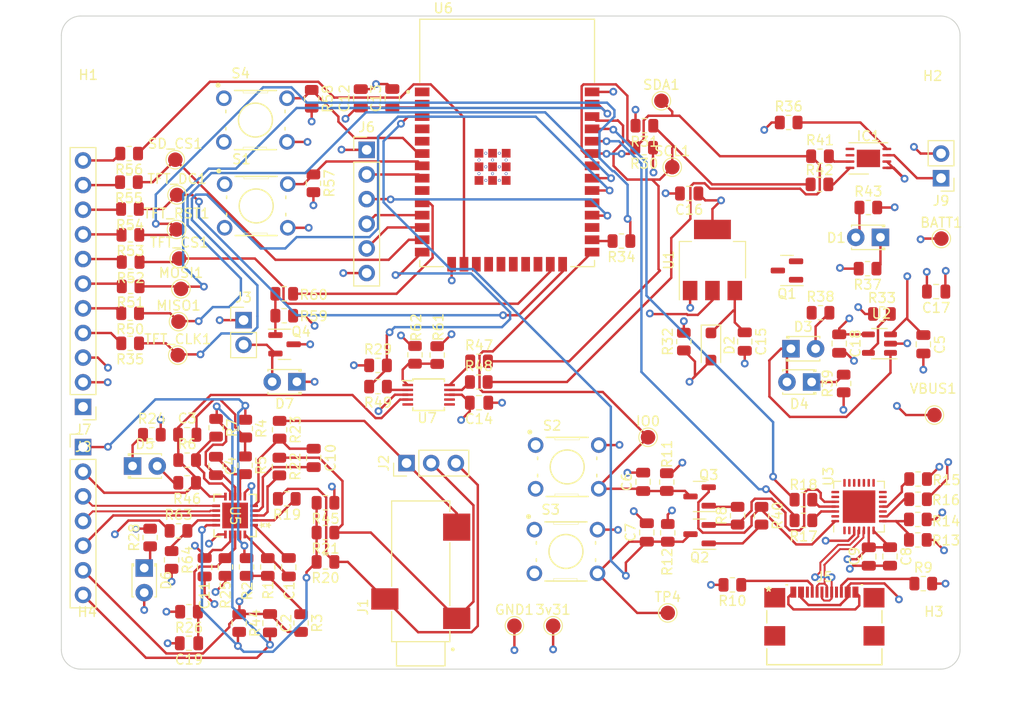
<source format=kicad_pcb>
(kicad_pcb (version 20221018) (generator pcbnew)
  (layers (0 "F.Cu" signal) (1 "In1.Cu" signal) (2 "In2.Cu" signal) (31 "B.Cu" signal) (34 "B.Paste" user) (35 "F.Paste" user) (36 "B.SilkS" user "B.Silkscreen") (37 "F.SilkS" user "F.Silkscreen") (38 "B.Mask" user) (39 "F.Mask" user) (44 "Edge.Cuts" user))
  (net 0 "")
  (net 1 "+3V3")
  (net 2 "+BATT")
  (net 3 "Net-(U5-HPDRIVE)")
  (net 4 "Net-(U5-HPSENSE)")
  (net 5 "SW")
  (net 6 "REF")
  (net 7 "Vout")
  (net 8 "Net-(C3-Pad2)")
  (net 9 "Net-(U5-OPAMP+)")
  (net 10 "GND")
  (net 11 "IO0")
  (net 12 "EN")
  (net 13 "Net-(U5-RLDFB)")
  (net 14 "Net-(U5-RLD)")
  (net 15 "Net-(D2-K)")
  (net 16 "VBUS")
  (net 17 "Net-(U5-REFIN)")
  (net 18 "Net-(D1-K)")
  (net 19 "Net-(D1-A)")
  (net 20 "Net-(D3-K)")
  (net 21 "Net-(D3-A)")
  (net 22 "Net-(D4-K)")
  (net 23 "Net-(D5-K)")
  (net 24 "Net-(D5-A)")
  (net 25 "Net-(D6-K)")
  (net 26 "Net-(D7-A)")
  (net 27 "Net-(IC1-~{ALARMB})")
  (net 30 "Net-(IC1-SDA)")
  (net 31 "Net-(IC1-SCL)")
  (net 32 "RL")
  (net 33 "RA")
  (net 34 "LA")
  (net 35 "USB-")
  (net 36 "USB+")
  (net 37 "HP")
  (net 38 "LOD+")
  (net 39 "LOD-")
  (net 40 "SDN")
  (net 41 "IO32")
  (net 42 "IO27")
  (net 43 "IO26")
  (net 45 "Net-(J7-Pin_4)")
  (net 46 "Net-(J7-Pin_5)")
  (net 47 "Net-(J7-Pin_6)")
  (net 48 "Net-(J7-Pin_7)")
  (net 49 "Net-(J7-Pin_8)")
  (net 50 "Net-(J7-Pin_9)")
  (net 51 "Net-(J7-Pin_10)")
  (net 52 "Net-(J7-Pin_11)")
  (net 53 "MISO")
  (net 54 "MOSI")
  (net 55 "/Bootloading/DTR_Q")
  (net 56 "RTS")
  (net 57 "/Bootloading/RTS_Q")
  (net 58 "DTR")
  (net 59 "Net-(Q4-G)")
  (net 60 "Net-(R1-Pad2)")
  (net 61 "Net-(U5-OPAMP-)")
  (net 62 "/Bootloading/VBUS_IN")
  (net 63 "/Bootloading/SUS_IN")
  (net 64 "Net-(U3-~{RST})")
  (net 65 "/Bootloading/RXD")
  (net 66 "RXD0")
  (net 67 "/Bootloading/TXD")
  (net 68 "TXD0")
  (net 69 "Net-(U5-IN+)")
  (net 70 "Net-(U5-FR)")
  (net 71 "Net-(U5-IN-)")
  (net 72 "ALERT{slash}READY")
  (net 73 "SDA")
  (net 74 "SCL")
  (net 75 "Net-(U2-PROG)")
  (net 76 "TFT_RST")
  (net 77 "Net-(U6-IO4)")
  (net 78 "SCK")
  (net 79 "Net-(U7-SCL)")
  (net 80 "Net-(U7-SDA)")
  (net 81 "Net-(U7-ALERT{slash}RDY)")
  (net 82 "TFT_CS")
  (net 83 "TFT_DC")
  (net 84 "SD_CS")
  (net 85 "LIT")
  (net 86 "START_BUTTON")
  (net 87 "ALT_START_BUTTON")
  (net 88 "MOTOR_EN")
  (net 89 "Net-(U7-ADDR)")
  (net 90 "Net-(U5-AC{slash}*DC)")
  (net 117 "IO33")
  (net 130 "IO17")
  (net 132 "Net-(J5-CC1)")
  (net 134 "Net-(J5-CC2)")
  (footprint "Resistor_SMD:R_0805_2012Metric" (layer "F.Cu") (at 204.0844 118.2274 180)
    (fp_text reference "R13")
    (fp_text value "22.1K")
  )
  (footprint "Resistor_SMD:R_0805_2012Metric" (layer "F.Cu") (at 134.7978 112.649 -90)
    (fp_text reference "R5")
    (fp_text value "1M")
  )
  (footprint "Resistor_SMD:R_0805_2012Metric" (layer "F.Cu") (at 185.5216 117.8416 90)
    (fp_text reference "R8")
    (fp_text value "10K")
  )
  (footprint "Capacitor_SMD:C_0805_2012Metric" (layer "F.Cu") (at 139.2936 123.1544 -90)
    (fp_text reference "C1")
    (fp_text value "470n")
  )
  (footprint "Connector_PinHeader_2.54mm:PinHeader_1x07_P2.54mm_Vertical" (layer "F.Cu") (at 118.11 110.7694)
    (fp_text reference "J8")
    (fp_text value "Screw_Terminal_01x07")
  )
  (footprint "Diode_SMD:D_SOD-123F" (layer "F.Cu") (at 182.7784 100.4062 -90)
    (fp_text reference "D2")
    (fp_text value "MBR1020VL")
  )
  (footprint "Resistor_SMD:R_0805_2012Metric" (layer "F.Cu") (at 134.1882 128.905 -90)
    (fp_text reference "R44")
    (fp_text value "DNP")
  )
  (footprint "TestPoint:TestPoint_Pad_D1.5mm" (layer "F.Cu") (at 127.7366 88.3412)
    (fp_text reference "TFT_RST1")
    (fp_text value "TestPoint")
  )
  (footprint "TestPoint:TestPoint_Pad_D1.5mm" (layer "F.Cu") (at 178.7906 81.915)
    (fp_text reference "SCL1")
    (fp_text value "TestPoint")
  )
  (footprint "Muscle_Recovery_Footprint_Library:SW_B3F-1000" (layer "F.Cu") (at 135.8646 77.0676)
    (fp_text reference "S4")
    (fp_text value "B3F-1000")
  )
  (footprint "Resistor_SMD:R_0805_2012Metric" (layer "F.Cu") (at 143.0763 119.5813 180)
    (fp_text reference "R21")
    (fp_text value "2.2M")
  )
  (footprint "Resistor_SMD:R_0805_2012Metric" (layer "F.Cu") (at 190.7794 77.3176)
    (fp_text reference "R36")
    (fp_text value "10K")
  )
  (footprint "Resistor_SMD:R_0805_2012Metric" (layer "F.Cu") (at 193.9544 83.693)
    (fp_text reference "R42")
    (fp_text value "0")
  )
  (footprint "Resistor_SMD:R_0805_2012Metric" (layer "F.Cu") (at 175.895 79.9084 180)
    (fp_text reference "R30")
    (fp_text value "4.7k")
  )
  (footprint "Muscle_Recovery_Footprint_Library:SW_B3F-1000" (layer "F.Cu") (at 135.942 85.9176)
    (fp_text reference "S1")
    (fp_text value "B3F-1000")
  )
  (footprint "Capacitor_SMD:C_0805_2012Metric" (layer "F.Cu") (at 180.533 84.6328 180)
    (fp_text reference "C16")
    (fp_text value "10uF")
  )
  (footprint "TestPoint:TestPoint_Pad_D1.5mm" (layer "F.Cu") (at 127.7874 84.7852)
    (fp_text reference "TFT_DC1")
    (fp_text value "TestPoint")
  )
  (footprint "TestPoint:TestPoint_Pad_D1.5mm" (layer "F.Cu") (at 205.7908 107.4674)
    (fp_text reference "VBUS1")
    (fp_text value "TestPoint")
  )
  (footprint "TestPoint:TestPoint_Pad_D1.5mm" (layer "F.Cu") (at 178.3288 127.8644)
    (fp_text reference "TP4")
    (fp_text value "TestPoint")
  )
  (footprint "Resistor_SMD:R_0805_2012Metric" (layer "F.Cu") (at 140.5636 128.905 -90)
    (fp_text reference "R3")
    (fp_text value "27k")
  )
  (footprint "Resistor_SMD:R_0805_2012Metric" (layer "F.Cu") (at 127.9398 119.4035)
    (fp_text reference "R63")
    (fp_text value "DNP")
  )
  (footprint "Capacitor_SMD:C_0805_2012Metric" (layer "F.Cu") (at 175.7888 114.3516 90)
    (fp_text reference "C6")
    (fp_text value "C_Small")
  )
  (footprint "Capacitor_SMD:C_0805_2012Metric" (layer "F.Cu") (at 131.8006 112.715 90)
    (fp_text reference "C4")
    (fp_text value "1n")
  )
  (footprint "Package_DFN_QFN:WDFN-8-1EP_4x3mm_P0.65mm_EP2.4x1.8mm" (layer "F.Cu") (at 198.9932 81.0188 180)
    (fp_text reference "IC1")
    (fp_text value "LC709203FQH-01TWG")
  )
  (footprint "Resistor_SMD:R_0805_2012Metric" (layer "F.Cu") (at 122.9614 96.9772 180)
    (fp_text reference "R50")
    (fp_text value "0")
  )
  (footprint "Resistor_SMD:R_0805_2012Metric" (layer "F.Cu") (at 173.5582 89.535 180)
    (fp_text reference "R34")
    (fp_text value "0")
  )
  (footprint "Resistor_SMD:R_0805_2012Metric" (layer "F.Cu") (at 128.8307 112.1137)
    (fp_text reference "R6")
    (fp_text value "1M")
  )
  (footprint "Resistor_SMD:R_0805_2012Metric" (layer "F.Cu") (at 141.657 74.8726 -90)
    (fp_text reference "R58")
    (fp_text value "10k")
  )
  (footprint "LED_THT:LED_D1.8mm_W3.3mm_H2.4mm" (layer "F.Cu") (at 193.1466 104.0638 180)
    (fp_text reference "D4")
    (fp_text value "LED_Small")
  )
  (footprint "Resistor_SMD:R_0805_2012Metric" (layer "F.Cu") (at 194.0071 80.7938)
    (fp_text reference "R41")
    (fp_text value "0")
  )
  (footprint "MountingHole:MountingHole_2.2mm_M2" (layer "F.Cu") (at 205.613 75.7174)
    (fp_text reference "H2")
    (fp_text value "MountingHole")
  )
  (footprint "Resistor_SMD:R_0805_2012Metric" (layer "F.Cu") (at 175.9223 77.6478 180)
    (fp_text reference "R31")
    (fp_text value "4.7k")
  )
  (footprint "Resistor_SMD:R_0805_2012Metric" (layer "F.Cu") (at 138.3284 112.776 -90)
    (fp_text reference "R22")
    (fp_text value "180K")
  )
  (footprint "Resistor_SMD:R_0805_2012Metric" (layer "F.Cu") (at 154.5816 101.286298 90)
    (fp_text reference "R61")
    (fp_text value "DNP")
  )
  (footprint "Resistor_SMD:R_0805_2012Metric" (layer "F.Cu") (at 148.4875 104.535598 180)
    (fp_text reference "R49")
    (fp_text value "0")
  )
  (footprint "Connector_PinHeader_2.54mm:PinHeader_1x02_P2.54mm_Vertical" (layer "F.Cu") (at 206.4747 83.058 180)
    (fp_text reference "J9")
    (fp_text value "Screw_Terminal_01x02")
  )
  (footprint "Capacitor_SMD:C_0805_2012Metric" (layer "F.Cu") (at 204.6528 100.1757 -90)
    (fp_text reference "C5")
    (fp_text value "10uF")
  )
  (footprint "Resistor_SMD:R_0805_2012Metric" (layer "F.Cu") (at 204.1098 114.0642)
    (fp_text reference "R15")
    (fp_text value "10K")
  )
  (footprint "TestPoint:TestPoint_Pad_D1.5mm" (layer "F.Cu") (at 206.502 89.281)
    (fp_text reference "BATT1")
    (fp_text value "TestPoint")
  )
  (footprint "Resistor_SMD:R_0805_2012Metric" (layer "F.Cu") (at 123.0122 94.2086 180)
    (fp_text reference "R51")
    (fp_text value "0")
  )
  (footprint "Muscle_Recovery_Footprint_Library:SW_B3F-1000" (layer "F.Cu") (at 167.9714 112.8162)
    (fp_text reference "S2")
    (fp_text value "B3F-1000")
  )
  (footprint "Resistor_SMD:R_0805_2012Metric" (layer "F.Cu") (at 158.8922 101.9302)
    (fp_text reference "R47")
    (fp_text value "0")
  )
  (footprint "Resistor_SMD:R_0805_2012Metric" (layer "F.Cu") (at 141.8348 83.5848 -90)
    (fp_text reference "R57")
    (fp_text value "10k")
  )
  (footprint "Resistor_SMD:R_0805_2012Metric" (layer "F.Cu") (at 143.0782 116.5098 180)
    (fp_text reference "R45")
    (fp_text value "0")
  )
  (footprint "Capacitor_SMD:C_0805_2012Metric" (layer "F.Cu") (at 130.6322 123.1544 -90)
    (fp_text reference "C11")
    (fp_text value "100n")
  )
  (footprint "LED_THT:LED_D1.8mm_W3.3mm_H2.4mm" (layer "F.Cu") (at 124.4092 123.2339 -90)
    (fp_text reference "D6")
    (fp_text value "LED")
  )
  (footprint "AD8232ACPZ-R7:CP_20_10_ADI" (layer "F.Cu") (at 133.772399 117.821199 -90)
    (fp_text reference "U5")
    (fp_text value "AD8232ACPZ-R7")
  )
  (footprint "Muscle_Recovery_Footprint_Library:CUI_SJ-3523-SMT-TR" (layer "F.Cu") (at 152.891 127.3224 90)
    (fp_text reference "J1")
    (fp_text value "AudioJack3")
  )
  (footprint "Capacitor_SMD:C_0805_2012Metric" (layer "F.Cu") (at 199.0298 122.05 -90)
    (fp_text reference "C9")
    (fp_text value "100nF")
  )
  (footprint "Resistor_SMD:R_0805_2012Metric" (layer "F.Cu") (at 134.9502 123.129 -90)
    (fp_text reference "R2")
    (fp_text value "200k")
  )
  (footprint "Package_TO_SOT_SMD:SOT-23" (layer "F.Cu") (at 181.6077 115.8604 180)
    (fp_text reference "Q3")
    (fp_text value "AO3400A")
  )
  (footprint "Resistor_SMD:R_0805_2012Metric" (layer "F.Cu") (at 187.9854 117.8416 -90)
    (fp_text reference "R40")
    (fp_text value "10K")
  )
  (footprint "Connector_PinHeader_2.54mm:PinHeader_1x11_P2.54mm_Vertical" (layer "F.Cu") (at 118.11 106.6292 180)
    (fp_text reference "J7")
    (fp_text value "Conn_01x11_Pin")
  )
  (footprint "Capacitor_SMD:C_0805_2012Metric" (layer "F.Cu") (at 176.1698 119.5688 90)
    (fp_text reference "C7")
    (fp_text value "C_Small")
  )
  (footprint "Connector_PinHeader_2.54mm:PinHeader_1x02_P2.54mm_Vertical" (layer "F.Cu") (at 134.6404 97.6884)
    (fp_text reference "J3")
    (fp_text value "Motor_Screw_Terminal")
  )
  (footprint "Resistor_SMD:R_0805_2012Metric" (layer "F.Cu") (at 152.2956 101.260898 -90)
    (fp_text reference "R62")
    (fp_text value "10k")
  )
  (footprint "Package_TO_SOT_SMD:SOT-223-3_TabPin2" (layer "F.Cu") (at 182.9308 91.4908 90)
    (fp_text reference "U1")
    (fp_text value "AP1117-33")
  )
  (footprint "Capacitor_SMD:C_0805_2012Metric" (layer "F.Cu") (at 129.0218 130.9878 180)
    (fp_text reference "C19")
    (fp_text value "0.1u")
  )
  (footprint "Resistor_SMD:R_0805_2012Metric" (layer "F.Cu") (at 122.8344 83.4644 180)
    (fp_text reference "R55")
    (fp_text value "0" hide)
  )
  (footprint "Resistor_SMD:R_0805_2012Metric" (layer "F.Cu") (at 178.2272 114.377 -90)
    (fp_text reference "R11")
    (fp_text value "R_Small")
  )
  (footprint "Resistor_SMD:R_0805_2012Metric" (layer "F.Cu") (at 128.8288 114.4505 180)
    (fp_text reference "R46")
    (fp_text value "1k")
  )
  (footprint "Resistor_SMD:R_0805_2012Metric" (layer "F.Cu") (at 204.0844 120.3356)
    (fp_text reference "R14")
    (fp_text value "47.5K")
  )
  (footprint "TestPoint:TestPoint_Pad_D1.5mm" (layer "F.Cu") (at 166.5224 129.1844)
    (fp_text reference "3v31")
    (fp_text value "TestPoint")
  )
  (footprint "Capacitor_SMD:C_0805_2012Metric" (layer "F.Cu") (at 149.9616 74.8182 90)
    (fp_text reference "C13")
    (fp_text value "1uF")
  )
  (footprint "Resistor_SMD:R_0805_2012Metric" (layer "F.Cu") (at 200.3856 97.0515)
    (fp_text reference "R33")
    (fp_text value "2K")
  )
  (footprint "Capacitor_SMD:C_0805_2012Metric" (layer "F.Cu") (at 205.9686 94.742 180)
    (fp_text reference "C17")
    (fp_text value "1uF")
  )
  (footprint "LED_THT:LED_D1.8mm_W3.3mm_H2.4mm" (layer "F.Cu") (at 140.1318 104.0384 180)
    (fp_text reference "D7")
    (fp_text value "LED_Small")
  )
  (footprint "Resistor_SMD:R_0805_2012Metric" (layer "F.Cu") (at 192.3011 116.1906 180)
    (fp_text reference "R18")
    (fp_text value "0")
  )
  (footprint "TestPoint:TestPoint_Pad_D1.5mm" (layer "F.Cu") (at 127.8636 101.2952)
    (fp_text reference "TFT_CLK1")
    (fp_text value "TestPoint")
  )
  (footprint "Muscle_Recovery_Footprint_Library:XCVR_ESP32-WROOM-32E__16MB_" (layer "F.Cu") (at 161.7856 79.4258)
    (fp_text reference "U6")
    (fp_text value "ESP32-WROOM-32E__16MB_")
  )
  (footprint "LED_THT:LED_D1.8mm_W3.3mm_H2.4mm" (layer "F.Cu") (at 200.2332 89.154 180)
    (fp_text reference "D1")
    (fp_text value "GREEN")
  )
  (footprint "Capacitor_SMD:C_0805_2012Metric" (layer "F.Cu") (at 201.2142 122.0398 -90)
    (fp_text reference "C8")
    (fp_text value "4.7uF")
  )
  (footprint "Resistor_SMD:R_0805_2012Metric" (layer "F.Cu") (at 148.4875 102.351198)
    (fp_text reference "R29")
    (fp_text value "4.7k")
  )
  (footprint "Resistor_SMD:R_0805_2012Metric" (layer "F.Cu") (at 125.0188 120.0893 90)
    (fp_text reference "R28")
    (fp_text value "180")
  )
  (footprint "Resistor_SMD:R_0805_2012Metric" (layer "F.Cu") (at 196.4436 104.2162 90)
    (fp_text reference "R39")
    (fp_text value "2K")
  )
  (footprint "Capacitor_SMD:C_0805_2012Metric" (layer "F.Cu") (at 186.2582 99.8982 -90)
    (fp_text reference "C15")
    (fp_text value "10uF")
  )
  (footprint "MountingHole:MountingHole_2.2mm_M2" (layer "F.Cu") (at 118.6434 75.6158)
    (fp_text reference "H1")
    (fp_text value "MountingHole")
  )
  (footprint "Muscle_Recovery_Footprint_Library:USB4110-GF-A_GCT" (layer "F.Cu") (at 194.4578 129.0836)
    (fp_text reference "J5")
    (fp_text value "USB4110-GF-A")
  )
  (footprint "TestPoint:TestPoint_Pad_D1.5mm" (layer "F.Cu") (at 127.9398 97.8408)
    (fp_text reference "MISO1")
    (fp_text value "TestPoint")
  )
  (footprint "Package_TO_SOT_SMD:SOT-23" (layer "F.Cu") (at 138.8591 100.1776)
    (fp_text reference "Q4")
    (fp_text value "AO3400A")
  )
  (footprint "LED_THT:LED_D1.8mm_W3.3mm_H2.4mm" (layer "F.Cu") (at 191.013 100.6329)
    (fp_text reference "D3")
    (fp_text value "LED_Small")
  )
  (footprint "LED_THT:LED_D1.8mm_W3.3mm_H2.4mm" (layer "F.Cu") (at 123.2104 112.7233)
    (fp_text reference "D5")
    (fp_text value "LED")
  )
  (footprint "Capacitor_SMD:C_0805_2012Metric" (layer "F.Cu") (at 158.8922 106.1974 180)
    (fp_text reference "C14")
    (fp_text value "0.1u")
  )
  (footprint "TestPoint:TestPoint_Pad_D1.5mm" (layer "F.Cu") (at 176.2968 109.7542)
    (fp_text reference "IO0")
    (fp_text value "TestPoint")
  )
  (footprint "Resistor_SMD:R_0805_2012Metric" (layer "F.Cu") (at 184.9836 124.9688 180)
    (fp_text reference "R10")
    (fp_text value "5.1K")
  )
  (footprint "Resistor_SMD:R_0805_2012Metric" (layer "F.Cu") (at 198.9836 86.0806)
    (fp_text reference "R43")
    (fp_text value "0")
  )
  (footprint "Resistor_SMD:R_0805_2012Metric" (layer "F.Cu") (at 198.9074 92.3798 180)
    (fp_text reference "R37")
    (fp_text value "10K")
  )
  (footprint "Resistor_SMD:R_0805_2012Metric" (layer "F.Cu") (at 194.061 96.9245)
    (fp_text reference "R38")
    (fp_text value "2K")
  )
  (footprint "Resistor_SMD:R_0805_2012Metric" (layer "F.Cu") (at 204.1036 116.147 180)
    (fp_text reference "R16")
    (fp_text value "10K")
  )
  (footprint "TestPoint:TestPoint_Pad_D1.5mm" (layer "F.Cu") (at 177.673 75.0824)
    (fp_text reference "SDA1")
    (fp_text value "TestPoint")
  )
  (footprint "Resistor_SMD:R_0805_2012Metric" (layer "F.Cu") (at 122.8598 80.518 180)
    (fp_text reference "R56")
    (fp_text value "0")
  )
  (footprint "Package_TO_SOT_SMD:SOT-23" (layer "F.Cu") (at 181.6077 119.7466 180)
    (fp_text reference "Q2")
    (fp_text value "AO3400A")
  )
  (footprint "Resistor_SMD:R_0805_2012Metric" (layer "F.Cu") (at 158.8668 104.0638)
    (fp_text reference "R48")
    (fp_text value "0")
  )
  (footprint "Package_TO_SOT_SMD:SOT-23-5" (layer "F.Cu") (at 200.1288 100.1097 180)
    (fp_text reference "U2")
    (fp_text value "MCP73831-2-OT" hide)
  )
  (footprint "Resistor_SMD:R_0805_2012Metric" (layer "F.Cu") (at 138.350399 108.983899 -90)
    (fp_text reference "R23")
    (fp_text value "390K")
  )
  (footprint "Resistor_SMD:R_0805_2012Metric" (layer "F.Cu") (at 131.812399 108.778799 -90)
    (fp_text reference "R7")
    (fp_text value "100k")
  )
  (footprint "Resistor_SMD:R_0805_2012Metric" (layer "F.Cu") (at 139.0904 116.1034)
    (fp_text reference "R19")
    (fp_text value "180K")
  )
  (footprint "MountingHole:MountingHole_2.2mm_M2" (layer "F.Cu") (at 118.5418 130.9624)
    (fp_text reference "H4")
    (fp_text value "MountingHole")
  )
  (footprint "TestPoint:TestPoint_Pad_D1.5mm" (layer "F.Cu") (at 127.6096 81.153)
    (fp_text reference "SD_CS1")
    (fp_text value "TestPoint")
  )
  (footprint "Resistor_SMD:R_0805_2012Metric" (layer "F.Cu") (at 122.9868 88.9 180)
    (fp_text reference "R53")
    (fp_text value "0")
  )
  (footprint "Capacitor_SMD:C_0805_2012Metric" (layer "F.Cu") (at 128.839 109.4975)
    (fp_text reference "C3")
    (fp_text value "270p")
  )
  (footprint "Connector_PinHeader_2.54mm:PinHeader_1x06_P2.54mm_Vertical" (layer "F.Cu") (at 147.32 80.137)
    (fp_text reference "J6")
    (fp_text value "Screw_Terminal_01x06")
  )
  (footprint "Resistor_SMD:R_0805_2012Metric" (layer "F.Cu") (at 125.1966 109.4975)
    (fp_text reference "R24")
    (fp_text value "0")
  )
  (footprint "Resistor_SMD:R_0805_2012Metric" (layer "F.Cu") (at 122.9614 100.076 180)
    (fp_text reference "R35")
    (fp_text value "0")
  )
  (footprint "Resistor_SMD:R_0805_2012Metric" (layer "F.Cu") (at 134.8232 108.8663 -90)
    (fp_text reference "R4")
    (fp_text value "330k")
  )
  (footprint "Connector_PinHeader_2.54mm:PinHeader_1x03_P2.54mm_Vertical" (layer "F.Cu") (at 151.4244 112.4204 90)
    (fp_text reference "J2")
    (fp_text value "Screw_Terminal_01x03")
  )
  (footprint "TestPoint:TestPoint_Pad_D1.5mm" (layer "F.Cu") (at 128.1938 94.4626)
    (fp_text reference "MOSI1")
    (fp_text value "TestPoint")
  )
  (footprint "Resistor_SMD:R_0805_2012Metric" (layer "F.Cu") (at 122.9398 86.233 180)
    (fp_text reference "R54")
    (fp_text value "0")
  )
  (footprint "Resistor_SMD:R_0805_2012Metric" (layer "F.Cu") (at 179.9844 99.8982 90)
    (fp_text reference "R32")
    (fp_text value "100k")
  )
  (footprint "Resistor_SMD:R_0805_2012Metric" (layer "F.Cu") (at 137.1346 123.129 -90)
    (fp_text reference "R1")
    (fp_text value "200k")
  )
  (footprint "Resistor_SMD:R_0805_2012Metric" (layer "F.Cu") (at 123.0122 91.694 180)
    (fp_text reference "R52")
    (fp_text value "0")
  )
  (footprint "Package_SO:TSSOP-10_3x3mm_P0.5mm" (layer "F.Cu") (at 153.7016 105.3752)
    (fp_text reference "U7")
    (fp_text value "ADS1115IDGS")
  )
  (footprint "Resistor_SMD:R_0805_2012Metric" (layer "F.Cu") (at 129.0218 127.7366 180)
    (fp_text reference "R26")
    (fp_text value "1M")
  )
  (footprint "Resistor_SMD:R_0805_2012Metric" (layer "F.Cu") (at 178.3288 119.6094 -90)
    (fp_text reference "R12")
    (fp_text value "R_Small")
  )
  (footprint "Capacitor_SMD:C_0805_2012Metric" (layer "F.Cu") (at 195.9864 100.1014 -90)
    (fp_text reference "C18")
    (fp_text value "10uF")
  )
  (footprint "Capacitor_SMD:C_0805_2012Metric" (layer "F.Cu") (at 146.7104 74.8284 90)
    (fp_text reference "C12")
    (fp_text value "10uF")
  )
  (footprint "Package_DFN_QFN:QFN-28-1EP_5x5mm_P0.5mm_EP3.35x3.35mm" (layer "F.Cu") (at 198.0276 116.9076 90)
    (fp_text reference "U3")
    (fp_text value "CP2102N-Axx-xQFN28")
  )
  (footprint "Capacitor_SMD:C_0805_2012Metric" (layer "F.Cu") (at 137.3632 128.9202 -90)
    (fp_text reference "C2")
    (fp_text value "470n")
  )
  (footprint "Resistor_SMD:R_0805_2012Metric" (layer "F.Cu") (at 138.8295 97.2312)
    (fp_text reference "R59")
    (fp_text value "10k")
  )
  (footprint "MountingHole:MountingHole_2.2mm_M2" (layer "F.Cu") (at 205.74 130.937)
    (fp_text reference "H3")
    (fp_text value "MountingHole")
  )
  (footprint "Resistor_SMD:R_0805_2012Metric" (layer "F.Cu") (at 192.3011 118.3242 180)
    (fp_text reference "R17")
    (fp_text value "0")
  )
  (footprint "Resistor_SMD:R_0805_2012Metric" (layer "F.Cu") (at 132.7658 123.129 90)
    (fp_text reference "R25")
    (fp_text value "1M")
  )
  (footprint "Resistor_SMD:R_0805_2012Metric" (layer "F.Cu") (at 138.8295 94.9706 180)
    (fp_text reference "R60")
    (fp_text value "1k")
  )
  (footprint "Capacitor_SMD:C_0805_2012Metric" (layer "F.Cu") (at 141.859 111.887 90)
    (fp_text reference "C10")
    (fp_text value "1n")
  )
  (footprint "Resistor_SMD:R_0805_2012Metric" (layer "F.Cu") (at 143.0782 122.6058 180)
    (fp_text reference "R20")
    (fp_text value "2.2M")
  )
  (footprint "TestPoint:TestPoint_Pad_D1.5mm" (layer "F.Cu") (at 128.016 91.3384)
    (fp_text reference "TFT_CS1")
    (fp_text value "TestPoint")
  )
  (footprint "TestPoint:TestPoint_Pad_D1.5mm" (layer "F.Cu") (at 162.5346 129.1844)
    (fp_text reference "GND1")
    (fp_text value "TestPoint")
  )
  (footprint "Muscle_Recovery_Footprint_Library:SW_B3F-1000" (layer "F.Cu") (at 167.8444 121.5284)
    (fp_text reference "S3")
    (fp_text value "B3F-1000")
  )
  (footprint "Resistor_SMD:R_0805_2012Metric" (layer "F.Cu") (at 204.6432 124.8418)
    (fp_text reference "R9")
    (fp_text value "5.1K")
  )
  (footprint "Resistor_SMD:R_0805_2012Metric" (layer "F.Cu") (at 127.2286 122.4007 -90)
    (fp_text reference "R64")
    (fp_text value "0")
  )
  (footprint "Package_TO_SOT_SMD:SOT-23" (layer "F.Cu") (at 190.6039 92.5728 180)
    (fp_text reference "Q1")
    (fp_text value "FDN340P")
  )
  (gr_arc (start 117.8748 133.6548) (mid 116.460586 133.069014) (end 115.8748 131.6548) (stroke (width 0.1)) (layer "Edge.Cuts"))
  (gr_arc (start 206.4324 66.3448) (mid 207.846614 66.930586) (end 208.4324 68.3448) (stroke (width 0.1)) (layer "Edge.Cuts"))
  (gr_line (start 115.8748 131.6548) (end 115.8748 68.3448) (stroke (width 0.1)) (layer "Edge.Cuts"))
  (gr_line (start 206.4324 133.6548) (end 117.8748 133.6548) (stroke (width 0.1)) (layer "Edge.Cuts"))
  (gr_line (start 208.4324 68.3448) (end 208.4324 131.6548) (stroke (width 0.1)) (layer "Edge.Cuts"))
  (gr_line (start 117.8748 66.3448) (end 206.4324 66.3448) (stroke (width 0.1)) (layer "Edge.Cuts"))
  (gr_arc (start 208.4324 131.6548) (mid 207.846614 133.069014) (end 206.4324 133.6548) (stroke (width 0.1)) (layer "Edge.Cuts"))
  (gr_arc (start 115.8748 68.3448) (mid 116.460586 66.930586) (end 117.8748 66.3448) (stroke (width 0.1)) (layer "Edge.Cuts"))
  (segment (start 146.7104 75.7784) (end 146.2938 75.7784) (width 0.25) (layer "F.Cu") (net 1))
  (segment (start 189.8669 77.3176) (end 189.0268 77.3176) (width 0.25) (layer "F.Cu") (net 1))
  (segment (start 130.6322 121.9333) (end 129.6283 120.9294) (width 0.25) (layer "F.Cu") (net 1))
  (segment (start 141.2174 79.3176) (end 141.224 79.3242) (width 0.25) (layer "F.Cu") (net 1))
  (segment (start 178.3288 118.6969) (end 178.3288 117.7336) (width 0.25) (layer "F.Cu") (net 1))
  (segment (start 146.2938 75.7784) (end 145.1356 76.9366) (width 0.25) (layer "F.Cu") (net 1))
  (segment (start 146.013798 102.351198) (end 145.9992 102.3366) (width 0.25) (layer "F.Cu") (net 1))
  (segment (start 178.7371 113.4645) (end 179.832 112.3696) (width 0.25) (layer "F.Cu") (net 1))
  (segment (start 201.204 121.1) (end 201.2142 121.0898) (width 0.25) (layer "F.Cu") (net 1))
  (segment (start 199.5276 119.4032) (end 201.2142 121.0898) (width 0.25) (layer "F.Cu") (net 1))
  (segment (start 196.8246 122.3264) (end 197.8034 122.3264) (width 0.25) (layer "F.Cu") (net 1))
  (segment (start 176.8075 79.9084) (end 176.8075 82.4211) (width 0.25) (layer "F.Cu") (net 1))
  (segment (start 207.1116 112.4204) (end 207.2132 112.3188) (width 0.25) (layer "F.Cu") (net 1))
  (segment (start 180.284705 97.065) (end 176.5416 97.065) (width 0.25) (layer "F.Cu") (net 1))
  (segment (start 139.1146 79.3176) (end 141.2174 79.3176) (width 0.25) (layer "F.Cu") (net 1))
  (segment (start 178.2272 113.4645) (end 178.7371 113.4645) (width 0.25) (layer "F.Cu") (net 1))
  (segment (start 143.9907 116.5098) (end 143.9907 115.0855) (width 0.25) (layer "F.Cu") (net 1))
  (segment (start 147.32 92.837) (end 144.907 92.837) (width 0.25) (layer "F.Cu") (net 1))
  (segment (start 182.9308 94.6408) (end 182.9308 95.6408) (width 0.25) (layer "F.Cu") (net 1))
  (segment (start 157.9422 107.0814) (end 157.0482 107.9754) (width 0.25) (layer "F.Cu") (net 1))
  (segment (start 197.8034 122.3264) (end 199.0298 121.1) (width 0.25) (layer "F.Cu") (net 1))
  (segment (start 140.1318 104.0384) (end 141.9606 104.0384) (width 0.25) (layer "F.Cu") (net 1))
  (segment (start 130.6322 122.2044) (end 130.6322 121.9333) (width 0.25) (layer "F.Cu") (net 1))
  (segment (start 181.4282 97.1434) (end 180.363105 97.1434) (width 0.25) (layer "F.Cu") (net 1))
  (segment (start 199.0298 121.1) (end 201.204 121.1) (width 0.25) (layer "F.Cu") (net 1))
  (segment (start 132.3848 121.379) (end 133.2724 120.4914) (width 0.25) (layer "F.Cu") (net 1))
  (segment (start 141.3468 88.1676) (end 141.351 88.1634) (width 0.25) (layer "F.Cu") (net 1))
  (segment (start 182.9308 95.6408) (end 181.4282 97.1434) (width 0.25) (layer "F.Cu") (net 1))
  (segment (start 176.8075 82.4211) (end 176.8602 82.4738) (width 0.25) (layer "F.Cu") (net 1))
  (segment (start 149.9616 75.7682) (end 152.7032 75.7682) (width 0.25) (layer "F.Cu") (net 1))
  (segment (start 130.6322 122.2044) (end 131.4576 121.379) (width 0.25) (layer "F.Cu") (net 1))
  (segment (start 207.1116 112.522) (end 207.1116 112.4204) (width 0.25) (layer "F.Cu") (net 1))
  (segment (start 131.4576 121.379) (end 132.3848 121.379) (width 0.25) (layer "F.Cu") (net 1))
  (segment (start 146.7104 75.7784) (end 149.9514 75.7784) (width 0.25) (layer "F.Cu") (net 1))
  (segment (start 122.7829 118.3393) (end 121.3866 119.7356) (width 0.25) (layer "F.Cu") (net 1))
  (segment (start 157.12 105.3752) (end 155.8516 105.3752) (width 0.25) (layer "F.Cu") (net 1))
  (segment (start 176.5416 97.065) (end 176.4792 97.0026) (width 0.25) (layer "F.Cu") (net 1))
  (segment (start 154.820002 100.373798) (end 156.0576 99.1362) (width 0.25) (layer "F.Cu") (net 1))
  (segment (start 166.5224 129.1844) (end 166.5224 131.6228) (width 0.25) (layer "F.Cu") (net 1))
  (segment (start 152.7032 75.7682) (end 153.0356 75.4358) (width 0.25) (layer "F.Cu") (net 1))
  (segment (start 132.7658 124.0415) (end 132.7658 124.6886) (width 0.25) (layer "F.Cu") (net 1))
  (segment (start 134.6404 97.6884) (end 132.1816 97.6884) (width 0.25) (layer "F.Cu") (net 1))
  (segment (start 182.1942 85.344) (end 183.8198 85.344) (width 0.25) (layer "F.Cu") (net 1))
  (segment (start 121.3866 119.7356) (end 121.3866 119.761) (width 0.25) (layer "F.Cu") (net 1))
  (segment (start 149.9514 75.7784) (end 149.9616 75.7682) (width 0.25) (layer "F.Cu") (net 1))
  (segment (start 181.483 84.6328) (end 182.1942 85.344) (width 0.25) (layer "F.Cu") (net 1))
  (segment (start 143.9907 115.0855) (end 143.7386 114.8334) (width 0.25) (layer "F.Cu") (net 1))
  (segment (start 127.0273 119.4035) (end 125.9631 118.3393) (width 0.25) (layer "F.Cu") (net 1))
  (segment (start 180.363105 97.1434) (end 180.284705 97.065) (width 0.25) (layer "F.Cu") (net 1))
  (segment (start 118.11 104.0892) (end 120.65 104.0892) (width 0.25) (layer "F.Cu") (net 1))
  (segment (start 178.3288 117.7336) (end 178.7652 117.2972) (width 0.25) (layer "F.Cu") (net 1))
  (segment (start 154.5816 100.373798) (end 154.820002 100.373798) (width 0.25) (layer "F.Cu") (net 1))
  (segment (start 175.0098 77.6478) (end 175.0098 76.0006) (width 0.25) (layer "F.Cu") (net 1))
  (segment (start 139.192 88.1676) (end 141.3468 88.1676) (width 0.25) (layer "F.Cu") (net 1))
  (segment (start 175.0098 76.0006) (end 175.006 75.9968) (width 0.25) (layer "F.Cu") (net 1))
  (segment (start 147.575 102.351198) (end 146.013798 102.351198) (width 0.25) (layer "F.Cu") (net 1))
  (segment (start 199.0276 119.3576) (end 199.0276 121.0978) (width 0.25) (layer "F.Cu") (net 1))
  (segment (start 199.0276 121.0978) (end 199.0298 121.1) (width 0.25) (layer "F.Cu") (net 1))
  (segment (start 182.9308 88.3408) (end 182.9308 86.233) (width 0.25) (layer "F.Cu") (net 1))
  (segment (start 182.9308 86.233) (end 183.8198 85.344) (width 0.25) (layer "F.Cu") (net 1))
  (segment (start 125.9631 118.3393) (end 122.7829 118.3393) (width 0.25) (layer "F.Cu") (net 1))
  (segment (start 157.9422 106.1974) (end 157.9422 107.0814) (width 0.25) (layer "F.Cu") (net 1))
  (segment (start 132.7658 124.6886) (end 131.7498 125.7046) (width 0.25) (layer "F.Cu") (net 1))
  (segment (start 207.1116 114.0515) (end 207.1116 112.522) (width 0.25) (layer "F.Cu") (net 1))
  (segment (start 189.0268 77.3176) (end 188.2648 78.0796) (width 0.25) (layer "F.Cu") (net 1))
  (segment (start 199.5276 119.3576) (end 199.5276 119.4032) (width 0.25) (layer "F.Cu") (net 1))
  (segment (start 124.4092 125.7739) (end 124.4092 127.5588) (width 0.25) (layer "F.Cu") (net 1))
  (segment (start 157.9422 106.1974) (end 157.12 105.3752) (width 0.25) (layer "F.Cu") (net 1))
  (segment (start 133.2724 120.4914) (end 133.2724 119.773598) (width 0.25) (layer "F.Cu") (net 1))
  (segment (start 205.0161 116.147) (end 207.1116 114.0515) (width 0.25) (layer "F.Cu") (net 1))
  (via (at 175.006 75.9968) (size 0.8) (drill 0.4) (layers "F.Cu" "B.Cu") (net 1))
  (via (at 178.7652 117.2972) (size 0.8) (drill 0.4) (layers "F.Cu" "B.Cu") (net 1))
  (via (at 196.8246 122.3264) (size 0.8) (drill 0.4) (layers "F.Cu" "B.Cu") (net 1))
  (via (at 132.1816 97.6884) (size 0.8) (drill 0.4) (layers "F.Cu" "B.Cu") (net 1))
  (via (at 176.4792 97.0026) (size 0.8) (drill 0.4) (layers "F.Cu" "B.Cu") (net 1))
  (via (at 129.6283 120.9294) (size 0.8) (drill 0.4) (layers "F.Cu" "B.Cu") (net 1))
  (via (at 145.9992 102.3366) (size 0.8) (drill 0.4) (layers "F.Cu" "B.Cu") (net 1))
  (via (at 183.8198 85.344) (size 0.8) (drill 0.4) (layers "F.Cu" "B.Cu") (net 1))
  (via (at 121.3866 119.761) (size 0.8) (drill 0.4) (layers "F.Cu" "B.Cu") (net 1))
  (via (at 176.8602 82.4738) (size 0.8) (drill 0.4) (layers "F.Cu" "B.Cu") (net 1))
  (via (at 141.224 79.3242) (size 0.8) (drill 0.4) (layers "F.Cu" "B.Cu") (net 1))
  (via (at 156.0576 99.1362) (size 0.8) (drill 0.4) (layers "F.Cu" "B.Cu") (net 1))
  (via (at 157.0482 107.9754) (size 0.8) (drill 0.4) (layers "F.Cu" "B.Cu") (net 1))
  (via (at 141.351 88.1634) (size 0.8) (drill 0.4) (layers "F.Cu" "B.Cu") (net 1))
  (via (at 145.1356 76.9366) (size 0.8) (drill 0.4) (layers "F.Cu" "B.Cu") (net 1))
  (via (at 124.4092 127.5588) (size 0.8) (drill 0.4) (layers "F.Cu" "B.Cu") (net 1))
  (via (at 131.7498 125.7046) (size 0.8) (drill 0.4) (layers "F.Cu" "B.Cu") (net 1))
  (via (at 188.2648 78.0796) (size 0.8) (drill 0.4) (layers "F.Cu" "B.Cu") (net 1))
  (via (at 166.5224 131.6228) (size 0.8) (drill 0.4) (layers "F.Cu" "B.Cu") (net 1))
  (via (at 120.65 104.0892) (size 0.8) (drill 0.4) (layers "F.Cu" "B.Cu") (net 1))
  (via (at 143.7386 114.8334) (size 0.8) (drill 0.4) (layers "F.Cu" "B.Cu") (net 1))
  (via (at 144.907 92.837) (size 0.8) (drill 0.4) (layers "F.Cu" "B.Cu") (net 1))
  (via (at 179.832 112.3696) (size 0.8) (drill 0.4) (layers "F.Cu" "B.Cu") (net 1))
  (via (at 207.2132 112.3188) (size 0.8) (drill 0.4) (layers "F.Cu" "B.Cu") (net 1))
  (via (at 141.9606 104.0384) (size 0.8) (drill 0.4) (layers "F.Cu" "B.Cu") (net 1))
  (segment (start 202.9968 97.4292) (end 202.9968 97.5697) (width 0.25) (layer "F.Cu") (net 2))
  (segment (start 206.4747 83.058) (end 204.005408 83.058) (width 0.25) (layer "F.Cu") (net 2))
  (segment (start 204.4446 89.281) (end 204.3684 89.3572) (width 0.25) (layer "F.Cu") (net 2))
  (segment (start 202.9968 97.5697) (end 204.6528 99.2257) (width 0.25) (layer "F.Cu") (net 2))
  (segment (start 206.9186 94.742) (end 206.9186 92.649) (width 0.25) (layer "F.Cu") (net 2))
  (segment (start 201.641208 80.6938) (end 200.8932 80.6938) (width 0.25) (layer "F.Cu") (net 2))
  (segment (start 199.8961 86.0806) (end 201.676 86.0806) (width 0.25) (layer "F.Cu") (net 2))
  (segment (start 201.676 86.0806) (end 201.7014 86.0552) (width 0.25) (layer "F.Cu") (net 2))
  (segment (start 201.2663 99.1597) (end 202.9968 97.4292) (width 0.25) (layer "F.Cu") (net 2))
  (segment (start 202.9968 97.4292) (end 202.9968 93.1672) (width 0.25) (layer "F.Cu") (net 2))
  (segment (start 206.502 89.281) (end 204.4446 89.281) (width 0.25) (layer "F.Cu") (net 2))
  (segment (start 204.005408 83.058) (end 201.641208 80.6938) (width 0.25) (layer "F.Cu") (net 2))
  (segment (start 206.9186 92.649) (end 206.9592 92.6084) (width 0.25) (layer "F.Cu") (net 2))
  (via (at 206.9592 92.6084) (size 0.8) (drill 0.4) (layers "F.Cu" "B.Cu") (net 2))
  (via (at 202.9968 93.1672) (size 0.8) (drill 0.4) (layers "F.Cu" "B.Cu") (net 2))
  (via (at 201.7014 86.0552) (size 0.8) (drill 0.4) (layers "F.Cu" "B.Cu") (net 2))
  (via (at 204.3684 89.3572) (size 0.8) (drill 0.4) (layers "F.Cu" "B.Cu") (net 2))
  (segment (start 139.107998 122.2044) (end 139.2936 122.2044) (width 0.25) (layer "F.Cu") (net 3))
  (segment (start 135.724798 118.8212) (end 139.107998 122.2044) (width 0.25) (layer "F.Cu") (net 3))
  (segment (start 137.1346 122.2165) (end 137.1346 122.135798) (width 0.25) (layer "F.Cu") (net 4))
  (segment (start 137.1346 122.135798) (end 134.7724 119.773598) (width 0.25) (layer "F.Cu") (net 4))
  (segment (start 139.2936 124.1044) (end 137.4057 122.2165) (width 0.25) (layer "F.Cu") (net 4))
  (segment (start 137.4057 122.2165) (end 137.1346 122.2165) (width 0.25) (layer "F.Cu") (net 4))
  (segment (start 137.3632 127.9702) (end 134.2105 127.9702) (width 0.25) (layer "F.Cu") (net 5))
  (segment (start 134.2136 127.9671) (end 134.1882 127.9925) (width 0.25) (layer "F.Cu") (net 5))
  (segment (start 118.11 123.4694) (end 126.6784 132.0378) (width 0.25) (layer "F.Cu") (net 5))
  (segment (start 134.7724 115.4623) (end 135.4521 114.7826) (width 0.25) (layer "F.Cu") (net 5))
  (segment (start 139.2105 129.8175) (end 137.3632 127.9702) (width 0.25) (layer "F.Cu") (net 5))
  (segment (start 140.5636 129.8175) (end 139.2105 129.8175) (width 0.25) (layer "F.Cu") (net 5))
  (segment (start 134.7724 115.8688) (end 134.7724 115.4623) (width 0.25) (layer "F.Cu") (net 5))
  (segment (start 130.459974 132.0378) (end 133.1722 129.325574) (width 0.25) (layer "F.Cu") (net 5))
  (segment (start 133.1722 129.0085) (end 134.1882 127.9925) (width 0.25) (layer "F.Cu") (net 5))
  (segment (start 134.2105 127.9702) (end 134.1882 127.9925) (width 0.25) (layer "F.Cu") (net 5))
  (segment (start 126.6784 132.0378) (end 130.459974 132.0378) (width 0.25) (layer "F.Cu") (net 5))
  (segment (start 133.1722 129.325574) (end 133.1722 129.0085) (width 0.25) (layer "F.Cu") (net 5))
  (segment (start 134.2136 126.6698) (end 134.2136 127.9671) (width 0.25) (layer "F.Cu") (net 5))
  (via (at 134.2136 126.6698) (size 0.8) (drill 0.4) (layers "F.Cu" "B.Cu") (net 5))
  (via (at 135.4521 114.7826) (size 0.8) (drill 0.4) (layers "F.Cu" "B.Cu") (net 5))
  (segment (start 135.4521 114.7826) (end 135.4521 125.4313) (width 0.25) (layer "B.Cu") (net 5))
  (segment (start 135.4521 125.4313) (end 134.2136 126.6698) (width 0.25) (layer "B.Cu") (net 5))
  (segment (start 132.5256 113.665) (end 133.772399 114.911799) (width 0.25) (layer "F.Cu") (net 6))
  (segment (start 131.8006 113.665) (end 130.7506 112.615) (width 0.25) (layer "F.Cu") (net 6))
  (segment (start 136.0156 132.4878) (end 137.3632 131.1402) (width 0.25) (layer "F.Cu") (net 6))
  (segment (start 131.8006 113.665) (end 132.5256 113.665) (width 0.25) (layer "F.Cu") (net 6))
  (segment (start 132.842 108.8959) (end 131.812399 107.866299) (width 0.25) (layer "F.Cu") (net 6))
  (segment (start 131.8768 107.801898) (end 131.812399 107.866299) (width 0.25) (layer "F.Cu") (net 6))
  (segment (start 130.7506 111.276826) (end 131.498627 110.528799) (width 0.25) (layer "F.Cu") (net 6))
  (segment (start 133.772399 114.911799) (end 133.772399 115.8688) (width 0.25) (layer "F.Cu") (net 6))
  (segment (start 130.7506 112.615) (end 130.7506 111.276826) (width 0.25) (layer "F.Cu") (net 6))
  (segment (start 137.3632 129.8702) (end 137.3632 131.1402) (width 0.25) (layer "F.Cu") (net 6))
  (segment (start 124.5884 132.4878) (end 136.0156 132.4878) (width 0.25) (layer "F.Cu") (net 6))
  (segment (start 132.500573 110.528799) (end 132.842 110.187372) (width 0.25) (layer "F.Cu") (net 6))
  (segment (start 118.11 126.0094) (end 124.5884 132.4878) (width 0.25) (layer "F.Cu") (net 6))
  (segment (start 131.8768 106.5784) (end 131.8768 107.801898) (width 0.25) (layer "F.Cu") (net 6))
  (segment (start 131.498627 110.528799) (end 132.500573 110.528799) (width 0.25) (layer "F.Cu") (net 6))
  (segment (start 132.842 110.187372) (end 132.842 108.8959) (width 0.25) (layer "F.Cu") (net 6))
  (via (at 137.3632 131.1402) (size 0.8) (drill 0.4) (layers "F.Cu" "B.Cu") (net 6))
  (via (at 131.8768 106.5784) (size 0.8) (drill 0.4) (layers "F.Cu" "B.Cu") (net 6))
  (segment (start 137.3632 131.1402) (end 133.4886 127.2656) (width 0.25) (layer "B.Cu") (net 6))
  (segment (start 133.4886 127.2656) (end 133.4886 108.1902) (width 0.25) (layer "B.Cu") (net 6))
  (segment (start 133.4886 108.1902) (end 131.8768 106.5784) (width 0.25) (layer "B.Cu") (net 6))
  (segment (start 128.7163 115.4755) (end 129.7413 114.4505) (width 0.25) (layer "F.Cu") (net 7))
  (segment (start 129.7413 114.4505) (end 129.7413 113.9368) (width 0.25) (layer "F.Cu") (net 7))
  (segment (start 145.856295 105.4034) (end 148.238895 107.786) (width 0.25) (layer "F.Cu") (net 7))
  (segment (start 148.839505 107.786) (end 150.750305 105.8752) (width 0.25) (layer "F.Cu") (net 7))
  (segment (start 131.2581 105.4034) (end 145.856295 105.4034) (width 0.25) (layer "F.Cu") (net 7))
  (segment (start 127.889 109.4975) (end 127.889 108.7725) (width 0.25) (layer "F.Cu") (net 7))
  (segment (start 118.11 113.3094) (end 120.2761 115.4755) (width 0.25) (layer "F.Cu") (net 7))
  (segment (start 120.2761 115.4755) (end 128.7163 115.4755) (width 0.25) (layer "F.Cu") (net 7))
  (segment (start 129.7413 113.9368) (end 127.9182 112.1137) (width 0.25) (layer "F.Cu") (net 7))
  (segment (start 127.9182 109.5267) (end 127.889 109.4975) (width 0.25) (layer "F.Cu") (net 7))
  (segment (start 148.238895 107.786) (end 148.839505 107.786) (width 0.25) (layer "F.Cu") (net 7))
  (segment (start 127.889 108.7725) (end 131.2581 105.4034) (width 0.25) (layer "F.Cu") (net 7))
  (segment (start 150.750305 105.8752) (end 151.5516 105.8752) (width 0.25) (layer "F.Cu") (net 7))
  (segment (start 132.772398 115.8688) (end 131.1596 115.8688) (width 0.25) (layer "F.Cu") (net 7))
  (segment (start 127.9182 112.1137) (end 127.9182 109.5267) (width 0.25) (layer "F.Cu") (net 7))
  (segment (start 131.1596 115.8688) (end 129.7413 114.4505) (width 0.25) (layer "F.Cu") (net 7))
  (segment (start 134.7978 109.8042) (end 134.8232 109.7788) (width 0.25) (layer "F.Cu") (net 8))
  (segment (start 131.576495 105.8534) (end 132.2186 105.8534) (width 0.25) (layer "F.Cu") (net 8))
  (segment (start 133.7818 108.7374) (end 134.8232 109.7788) (width 0.25) (layer "F.Cu") (net 8))
  (segment (start 129.789 109.4975) (end 129.789 107.640895) (width 0.25) (layer "F.Cu") (net 8))
  (segment (start 132.2186 105.8534) (end 133.7818 107.4166) (width 0.25) (layer "F.Cu") (net 8))
  (segment (start 129.789 107.640895) (end 131.576495 105.8534) (width 0.25) (layer "F.Cu") (net 8))
  (segment (start 133.7818 107.4166) (end 133.7818 108.7374) (width 0.25) (layer "F.Cu") (net 8))
  (segment (start 134.7978 111.7365) (end 134.7978 109.8042) (width 0.25) (layer "F.Cu") (net 8))
  (segment (start 134.272398 115.8688) (end 134.272398 114.086902) (width 0.25) (layer "F.Cu") (net 9))
  (segment (start 134.272398 114.086902) (end 134.7978 113.5615) (width 0.25) (layer "F.Cu") (net 9))
  (segment (start 133.5971 113.5615) (end 131.8006 111.765) (width 0.25) (layer "F.Cu") (net 9))
  (segment (start 134.7978 113.5615) (end 133.5971 113.5615) (width 0.25) (layer "F.Cu") (net 9))
  (segment (start 130.6322 124.1044) (end 130.6322 125.9332) (width 0.25) (layer "F.Cu") (net 10))
  (segment (start 204.3684 80.518) (end 203.6826 79.8322) (width 0.25) (layer "F.Cu") (net 10))
  (segment (start 201.6024 81.9938) (end 202.7174 83.1088) (width 0.25) (layer "F.Cu") (net 10))
  (segment (start 130.6322 125.9332) (end 131.6482 126.9492) (width 0.25) (layer "F.Cu") (net 10))
  (segment (start 147.32 80.137) (end 144.7546 80.137) (width 0.25) (layer "F.Cu") (net 10))
  (segment (start 197.9949 92.3798) (end 196.1388 92.3798) (width 0.25) (layer "F.Cu") (net 10))
  (segment (start 190.7523 126.226299) (end 190.7523 126.977604) (width 0.25) (layer "F.Cu") (net 10))
  (segment (start 141.657 75.7851) (end 141.657 77.2148) (width 0.25) (layer "F.Cu") (net 10))
  (segment (start 148.2852 73.3552) (end 149.4486 73.3552) (width 0.25) (layer "F.Cu") (net 10))
  (segment (start 205.5557 124.8418) (end 206.933 124.8418) (width 0.25) (layer "F.Cu") (net 10))
  (segment (start 196.6824 101.0514) (end 197.5104 101.8794) (width 0.25) (layer "F.Cu") (net 10))
  (segment (start 125.0188 119.1768) (end 123.5456 119.1768) (width 0.25) (layer "F.Cu") (net 10))
  (segment (start 144.7546 80.137) (end 144.7292 80.1116) (width 0.25) (layer "F.Cu") (net 10))
  (segment (start 156.0706 91.9258) (end 156.0706 93.5866) (width 0.25) (layer "F.Cu") (net 10))
  (segment (start 150.225 105.3752) (end 148.5392 107.061) (width 0.25) (layer "F.Cu") (net 10))
  (segment (start 190.7523 126.977604) (end 191.275696 127.501) (width 0.25) (layer "F.Cu") (net 10))
  (segment (start 204.9969 120.3356) (end 205.705 120.3356) (width 0.25) (layer "F.Cu") (net 10))
  (segment (start 206.933 124.8418) (end 206.9338 124.841) (width 0.25) (layer "F.Cu") (net 10))
  (segment (start 173.3296 110.5662) (end 173.355 110.5408) (width 0.25) (layer "F.Cu") (net 10))
  (segment (start 205.0223 114.0642) (end 205.036 114.0642) (width 0.25) (layer "F.Cu") (net 10))
  (segment (start 202.6582 83.1088) (end 202.7174 83.1088) (width 0.25) (layer "F.Cu") (net 10))
  (segment (start 174.1772 113.4016) (end 174.1678 113.411) (width 0.25) (layer "F.Cu") (net 10))
  (segment (start 201.2663 100.1097) (end 202.9631 100.1097) (width 0.25) (layer "F.Cu") (net 10))
  (segment (start 196.4436 105.1287) (end 196.4436 106.9086) (width 0.25) (layer "F.Cu") (net 10))
  (segment (start 173.1772 119.2784) (end 173.2026 119.3038) (width 0.25) (layer "F.Cu") (net 10))
  (segment (start 119.634 101.5492) (end 120.6754 102.5906) (width 0.25) (layer "F.Cu") (net 10))
  (segment (start 140.9192 97.2312) (end 141.9606 98.2726) (width 0.25) (layer "F.Cu") (net 10))
  (segment (start 156.0706 93.5866) (end 156.083 93.599) (width 0.25) (layer "F.Cu") (net 10))
  (segment (start 176.0736 118.6188) (end 174.8282 117.3734) (width 0.25) (layer "F.Cu") (net 10))
  (segment (start 179.583 84.6328) (end 178.1302 84.6328) (width 0.25) (layer "F.Cu") (net 10))
  (segment (start 198.6515 97.0515) (end 197.9422 96.3422) (width 0.25) (layer "F.Cu") (net 10))
  (segment (start 199.4731 97.0515) (end 198.6515 97.0515) (width 0.25) (layer "F.Cu") (net 10))
  (segment (start 194.588899 120.420899) (end 196.912309 120.420899) (width 0.25) (layer "F.Cu") (net 10))
  (segment (start 196.4436 106.9086) (end 196.4182 106.934) (width 0.25) (layer "F.Cu") (net 10))
  (segment (start 204.6528 102.7888) (end 204.6478 102.7938) (width 0.25) (layer "F.Cu") (net 10))
  (segment (start 151.935798 100.348398) (end 150.8506 99.2632) (width 0.25) (layer "F.Cu") (net 10))
  (segment (start 149.4486 73.3552) (end 149.9616 73.8682) (width 0.25) (layer "F.Cu") (net 10))
  (segment (start 198.053001 127.087903) (end 198.053001 126.116002) (width 0.25) (layer "F.Cu") (net 10))
  (segment (start 128.1093 127.7366) (end 126.6952 127.7366) (width 0.25) (layer "F.Cu") (net 10))
  (segment (start 172.6968 74.1658) (end 172.72 74.1426) (width 0.25) (layer "F.Cu") (net 10))
  (segment (start 196.1388 92.3798) (end 196.0626 92.3036) (width 0.25) (layer "F.Cu") (net 10))
  (segment (start 197.3956 123) (end 199.0298 123) (width 0.25) (layer "F.Cu") (net 10))
  (segment (start 132.772398 119.773598) (end 132.029902 119.773598) (width 0.25) (layer "F.Cu") (net 10))
  (segment (start 171.0944 119.2784) (end 173.1772 119.2784) (width 0.25) (layer "F.Cu") (net 10))
  (segment (start 152.2956 100.348398) (end 151.935798 100.348398) (width 0.25) (layer "F.Cu") (net 10))
  (segment (start 147.762 73.8784) (end 148.2852 73.3552) (width 0.25) (layer "F.Cu") (net 10))
  (segment (start 139.7966 100.1776) (end 141.5034 100.1776) (width 0.25) (layer "F.Cu") (net 10))
  (segment (start 141.8348 84.4973) (end 141.8348 85.8508) (width 0.25) (layer "F.Cu") (net 10))
  (segment (start 205.0186 94.742) (end 205.0186 92.7252) (width 0.25) (layer "F.Cu") (net 10))
  (segment (start 200.8932 81.3438) (end 202.6582 83.1088) (width 0.25) (layer "F.Cu") (net 10))
  (segment (start 198.053001 126.116002) (end 197.657799 125.7208) (width 0.25) (layer "F.Cu") (net 10))
  (segment (start 205.036 114.0642) (end 206.2988 112.8014) (width 0.25) (layer "F.Cu") (net 10))
  (segment (start 197.5276 119.805608) (end 197.5276 119.3576) (width 0.25) (layer "F.Cu") (net 10))
  (segment (start 171.2214 110.5662) (end 173.3296 110.5662) (width 0.25) (layer "F.Cu") (net 10))
  (segment (start 180.6308 94.6408) (end 180.6308 96.4044) (width 0.25) (layer "F.Cu") (net 10))
  (segment (start 162.5346 129.1844) (end 162.5346 131.699) (width 0.25) (layer "F.Cu") (net 10))
  (segment (start 175.7888 113.4016) (end 174.1772 113.4016) (width 0.25) (layer "F.Cu") (net 10))
  (segment (start 205.0186 92.7252) (end 205.0034 92.71) (width 0.25) (layer "F.Cu") (net 10))
  (segment (start 178.1302 84.6328) (end 178.1048 84.6074) (width 0.25) (layer "F.Cu") (net 10))
  (segment (start 205.705 120.3356) (end 206.7814 121.412) (width 0.25) (layer "F.Cu") (net 10))
  (segment (start 146.7104 73.8784) (end 147.762 73.8784) (width 0.25) (layer "F.Cu") (net 10))
  (segment (start 132.029902 119.773598) (end 131.0773 120.7262) (width 0.25) (layer "F.Cu") (net 10))
  (segment (start 186.2582 100.8482) (end 186.2582 102.1588) (width 0.25) (layer "F.Cu") (net 10))
  (segment (start 151.5516 105.3752) (end 150.225 105.3752) (width 0.25) (layer "F.Cu") (net 10))
  (segment (start 182.7792 124.9688) (end 182.7784 124.968) (width 0.25) (layer "F.Cu") (net 10))
  (segment (start 199.0298 123) (end 201.204 123) (width 0.25) (layer "F.Cu") (net 10))
  (segment (start 180.6308 96.4044) (end 180.6448 96.4184) (width 0.25) (layer "F.Cu") (net 10))
  (segment (start 202.9631 100.1097) (end 202.9968 100.076) (width 0.25) (layer "F.Cu") (net 10))
  (segment (start 184.0711 124.9688) (end 182.7792 124.9688) (width 0.25) (layer "F.Cu") (net 10))
  (segment (start 206.4747 80.518) (end 204.3684 80.518) (width 0.25) (layer "F.Cu") (net 10))
  (segment (start 191.257799 125.7208) (end 190.7523 126.226299) (width 0.25) (layer "F.Cu") (net 10))
  (segment (start 141.8348 85.8508) (end 141.8336 85.852) (width 0.25) (layer "F.Cu") (net 10))
  (segment (start 191.275696 127.501) (end 197.639904 127.501) (width 0.25) (layer "F.Cu") (net 10))
  (segment (start 126.1091 107.9519) (end 126.111 107.95) (width 0.25) (layer "F.Cu") (net 10))
  (segment (start 197.639904 127.501) (end 198.053001 127.087903) (width 0.25) (layer "F.Cu") (net 10))
  (segment (start 128.0718 130.9878) (end 126.8222 130.9878) (width 0.25) (layer "F.Cu") (net 10))
  (segment (start 176.1698 118.6188) (end 176.0736 118.6188) (width 0.25) (layer "F.Cu") (net 10))
  (segment (start 141.657 77.2148) (end 141.6558 77.216) (width 0.25) (layer "F.Cu") (net 10))
  (segment (start 118.11 101.5492) (end 119.634 101.5492) (width 0.25) (layer "F.Cu") (net 10))
  (segment (start 200.8932 81.9938) (end 201.6024 81.9938) (width 0.25) (layer "F.Cu") (net 10))
  (segment (start 127.2286 123.3132) (end 127.2286 124.6378) (width 0.25) (layer "F.Cu") (net 10))
  (segment (start 170.5356 74.1658) (end 172.6968 74.1658) (width 0.25) (layer "F.Cu") (net 10))
  (segment (start 195.9864 101.0514) (end 196.6824 101.0514) (width 0.25) (layer "F.Cu") (net 10))
  (segment (start 179.9844 98.9857) (end 179.9844 97.79) (width 0.25) (layer "F.Cu") (net 10))
  (segment (start 139.742 97.2312) (end 140.9192 97.2312) (width 0.25) (layer "F.Cu") (net 10))
  (segment (start 126.1091 109.4975) (end 126.1091 107.9519) (width 0.25) (layer "F.Cu") (net 10))
  (segment (start 201.204 123) (end 201.2142 122.9898) (width 0.25) (layer "F.Cu") (net 10))
  (segment (start 159.8422 106.1974) (end 161.2646 106.1974) (width 0.25) (layer "F.Cu") (net 10))
  (segment (start 197.0786 123.317) (end 197.3956 123) (width 0.25) (layer "F.Cu") (net 10))
  (segment (start 204.6528 101.1257) (end 204.6528 102.7888) (width 0.25) (layer "F.Cu") (net 10))
  (segment (start 196.912309 120.420899) (end 197.5276 119.805608) (width 0.25) (layer "F.Cu") (net 10))
  (via (at 120.6754 102.5906) (size 0.8) (drill 0.4) (layers "F.Cu" "B.Cu") (net 10))
  (via (at 126.6952 127.7366) (size 0.8) (drill 0.4) (layers "F.Cu" "B.Cu") (net 10))
  (via (at 173.2026 119.3038) (size 0.8) (drill 0.4) (layers "F.Cu" "B.Cu") (net 10))
  (via (at 126.8222 130.9878) (size 0.8) (drill 0.4) (layers "F.Cu" "B.Cu") (net 10))
  (via (at 156.083 93.599) (size 0.8) (drill 0.4) (layers "F.Cu" "B.Cu") (net 10))
  (via (at 179.9844 97.79) (size 0.8) (drill 0.4) (layers "F.Cu" "B.Cu") (net 10))
  (via (at 174.1678 113.411) (size 0.8) (drill 0.4) (layers "F.Cu" "B.Cu") (net 10))
  (via (at 123.5456 119.1768) (size 0.8) (drill 0.4) (layers "F.Cu" "B.Cu") (net 10))
  (via (at 141.6558 77.216) (size 0.8) (drill 0.4) (layers "F.Cu" "B.Cu") (net 10))
  (via (at 178.1048 84.6074) (size 0.8) (drill 0.4) (layers "F.Cu" "B.Cu") (net 10))
  (via (at 174.8282 117.3734) (size 0.8) (drill 0.4) (layers "F.Cu" "B.Cu") (net 10))
  (via (at 202.9968 100.076) (size 0.8) (drill 0.4) (layers "F.Cu" "B.Cu") (net 10))
  (via (at 161.2646 106.1974) (size 0.8) (drill 0.4) (layers "F.Cu" "B.Cu") (net 10))
  (via (at 206.7814 121.412) (size 0.8) (drill 0.4) (layers "F.Cu" "B.Cu") (net 10))
  (via (at 131.6482 126.9492) (size 0.8) (drill 0.4) (layers "F.Cu" "B.Cu") (net 10))
  (via (at 141.5034 100.1776) (size 0.8) (drill 0.4) (layers "F.Cu" "B.Cu") (net 10))
  (via (at 197.5104 101.8794) (size 0.8) (drill 0.4) (layers "F.Cu" "B.Cu") (net 10))
  (via (at 206.9338 124.841) (size 0.8) (drill 0.4) (layers "F.Cu" "B.Cu") (net 10))
  (via (at 197.9422 96.3422) (size 0.8) (drill 0.4) (layers "F.Cu" "B.Cu") (net 10))
  (via (at 148.2852 73.3552) (size 0.8) (drill 0.4) (layers "F.Cu" "B.Cu") (net 10))
  (via (at 206.2988 112.8014) (size 0.8) (drill 0.4) (layers "F.Cu" "B.Cu") (net 10))
  (via (at 144.7292 80.1116) (size 0.8) (drill 0.4) (layers "F.Cu" "B.Cu") (net 10))
  (via (at 202.7174 83.1088) (size 0.8) (drill 0.4) (layers "F.Cu" "B.Cu") (net 10))
  (via (at 150.8506 99.2632) (size 0.8) (drill 0.4) (layers "F.Cu" "B.Cu") (net 10))
  (via (at 197.0786 123.317) (size 0.8) (drill 0.4) (layers "F.Cu" "B.Cu") (net 10))
  (via (at 162.5346 131.699) (size 0.8) (drill 0.4) (layers "F.Cu" "B.Cu") (net 10))
  (via (at 205.0034 92.71) (size 0.8) (drill 0.4) (layers "F.Cu" "B.Cu") (net 10))
  (via (at 172.72 74.1426) (size 0.8) (drill 0.4) (layers "F.Cu" "B.Cu") (net 10))
  (via (at 131.0773 120.7262) (size 0.8) (drill 0.4) (layers "F.Cu" "B.Cu") (net 10))
  (via (at 196.0626 92.3036) (size 0.8) (drill 0.4) (layers "F.Cu" "B.Cu") (net 10))
  (via (at 194.588899 120.420899) (size 0.8) (drill 0.4) (layers "F.Cu" "B.Cu") (net 10))
  (via (at 141.8336 85.852) (size 0.8) (drill 0.4) (layers "F.Cu" "B.Cu") (net 10))
  (via (at 196.4182 106.934) (size 0.8) (drill 0.4) (layers "F.Cu" "B.Cu") (net 10))
  (via (at 141.9606 98.2726) (size 0.8) (drill 0.4) (layers "F.Cu" "B.Cu") (net 10))
  (via (at 182.7784 124.968) (size 0.8) (drill 0.4) (layers "F.Cu" "B.Cu") (net 10))
  (via (at 186.2582 102.1588) (size 0.8) (drill 0.4) (layers "F.Cu" "B.Cu") (net 10))
  (via (at 180.6448 96.4184) (size 0.8) (drill 0.4) (layers "F.Cu" "B.Cu") (net 10))
  (via (at 148.5392 107.061) (size 0.8) (drill 0.4) (layers "F.Cu" "B.Cu") (net 10))
  (via (at 126.111 107.95) (size 0.8) (drill 0.4) (layers "F.Cu" "B.Cu") (net 10))
  (via (at 204.6478 102.7938) (size 0.8) (drill 0.4) (layers "F.Cu" "B.Cu") (net 10))
  (via (at 127.2286 124.6378) (size 0.8) (drill 0.4) (layers "F.Cu" "B.Cu") (net 10))
  (via (at 173.355 110.5408) (size 0.8) (drill 0.4) (layers "F.Cu" "B.Cu") (net 10))
  (via (at 203.6826 79.8322) (size 0.8) (drill 0.4) (layers "F.Cu" "B.Cu") (net 10))
  (segment (start 171.2214 114.8296) (end 171.2214 115.0662) (width 0.25) (layer "F.Cu") (net 11))
  (segment (start 170.5356 90.6758) (end 160.3062 100.9052) (width 0.25) (layer "F.Cu") (net 11))
  (segment (start 180.0993 115.2895) (end 180.6702 115.8604) (width 0.25) (layer "F.Cu") (net 11))
  (segment (start 175.5534 115.0662) (end 175.7888 115.3016) (width 0.25) (layer "F.Cu") (net 11))
  (segment (start 178.2272 115.2895) (end 180.0993 115.2895) (width 0.25) (layer "F.Cu") (net 11))
  (segment (start 159.278626 105.0888) (end 171.6314 105.0888) (width 0.25) (layer "F.Cu") (net 11))
  (segment (start 160.3062 100.9052) (end 159.304026 100.9052) (width 0.25) (layer "F.Cu") (net 11))
  (segment (start 175.7888 115.3016) (end 178.2151 115.3016) (width 0.25) (layer "F.Cu") (net 11))
  (segment (start 158.9418 101.267426) (end 158.9418 104.751974) (width 0.25) (layer "F.Cu") (net 11))
  (segment (start 171.6314 105.0888) (end 176.2968 109.7542) (width 0.25) (layer "F.Cu") (net 11))
  (segment (start 159.304026 100.9052) (end 158.9418 101.267426) (width 0.25) (layer "F.Cu") (net 11))
  (segment (start 171.2214 115.0662) (end 175.5534 115.0662) (width 0.25) (layer "F.Cu") (net 11))
  (segment (start 158.9418 104.751974) (end 159.278626 105.0888) (width 0.25) (layer "F.Cu") (net 11))
  (segment (start 176.2968 109.7542) (end 171.2214 114.8296) (width 0.25) (layer "F.Cu") (net 11))
  (segment (start 178.2151 115.3016) (end 178.2272 115.2895) (width 0.25) (layer "F.Cu") (net 11))
  (segment (start 178.3288 127.8644) (end 175.1804 127.8644) (width 0.25) (layer "F.Cu") (net 12))
  (segment (start 153.0356 76.7058) (end 151.5894 76.7058) (width 0.25) (layer "F.Cu") (net 12))
  (segment (start 178.3288 120.5219) (end 179.8949 120.5219) (width 0.25) (layer "F.Cu") (net 12))
  (segment (start 176.1698 120.5188) (end 174.354 120.5188) (width 0.25) (layer "F.Cu") (net 12))
  (segment (start 175.1804 127.8644) (end 171.0944 123.7784) (width 0.25) (layer "F.Cu") (net 12))
  (segment (start 179.8949 120.5219) (end 180.6702 119.7466) (width 0.25) (layer "F.Cu") (net 12))
  (segment (start 174.0154 122.6732) (end 176.1698 120.5188) (width 0.25) (layer "F.Cu") (net 12))
  (segment (start 174.354 120.5188) (end 171.0944 123.7784) (width 0.25) (layer "F.Cu") (net 12))
  (segment (start 178.3257 120.5188) (end 178.3288 120.5219) (width 0.25) (layer "F.Cu") (net 12))
  (segment (start 151.5894 76.7058) (end 150.8506 77.4446) (width 0.25) (layer "F.Cu") (net 12))
  (segment (start 174.0154 124.0282) (end 174.0154 122.6732) (width 0.25) (layer "F.Cu") (net 12))
  (segment (start 176.1698 120.5188) (end 178.3257 120.5188) (width 0.25) (layer "F.Cu") (net 12))
  (via (at 150.8506 77.4446) (size 0.8) (drill 0.4) (layers "F.Cu" "B.Cu") (net 12))
  (via (at 174.0154 124.0282) (size 0.8) (drill 0.4) (layers "F.Cu" "B.Cu") (net 12))
  (segment (start 149.0588 79.2364) (end 149.0588 85.542705) (width 0.25) (layer "B.Cu") (net 12))
  (segment (start 155.940095 92.424) (end 158.271501 92.424) (width 0.25) (layer "B.Cu") (net 12))
  (segment (start 150.8506 77.4446) (end 149.0588 79.2364) (width 0.25) (layer "B.Cu") (net 12))
  (segment (start 172.466 122.4788) (end 174.0154 124.0282) (width 0.25) (layer "B.Cu") (net 12))
  (segment (start 158.271501 92.424) (end 172.466 106.618499) (width 0.25) (layer "B.Cu") (net 12))
  (segment (start 149.0588 85.542705) (end 155.940095 92.424) (width 0.25) (layer "B.Cu") (net 12))
  (segment (start 172.466 106.618499) (end 172.466 122.4788) (width 0.25) (layer "B.Cu") (net 12))
  (segment (start 136.6266 116.918716) (end 136.6266 113.864626) (width 0.25) (layer "F.Cu") (net 13))
  (segment (start 136.224116 117.3212) (end 136.6266 116.918716) (width 0.25) (layer "F.Cu") (net 13))
  (segment (start 137.654226 112.837) (end 141.859 112.837) (width 0.25) (layer "F.Cu") (net 13))
  (segment (start 136.6266 113.864626) (end 137.654226 112.837) (width 0.25) (layer "F.Cu") (net 13))
  (segment (start 135.724798 117.3212) (end 136.224116 117.3212) (width 0.25) (layer "F.Cu") (net 13))
  (segment (start 136.1766 112.070198) (end 138.350399 109.896399) (width 0.25) (layer "F.Cu") (net 14))
  (segment (start 136.1766 116.369396) (end 136.1766 112.070198) (width 0.25) (layer "F.Cu") (net 14))
  (segment (start 141.859 110.937) (end 139.391 110.937) (width 0.25) (layer "F.Cu") (net 14))
  (segment (start 135.724798 116.821198) (end 136.1766 116.369396) (width 0.25) (layer "F.Cu") (net 14))
  (segment (start 139.391 110.937) (end 138.350399 109.896399) (width 0.25) (layer "F.Cu") (net 14))
  (segment (start 185.2308 96.6978) (end 185.0868 96.6978) (width 0.25) (layer "F.Cu") (net 15))
  (segment (start 185.2308 97.9208) (end 186.2582 98.9482) (width 0.25) (layer "F.Cu") (net 15))
  (segment (start 185.2308 96.6978) (end 185.2308 97.9208) (width 0.25) (layer "F.Cu") (net 15))
  (segment (start 185.2308 94.6408) (end 185.2308 96.6978) (width 0.25) (layer "F.Cu") (net 15))
  (segment (start 185.0868 96.6978) (end 182.7784 99.0062) (width 0.25) (layer "F.Cu") (net 15))
  (segment (start 202.1332 126.3142) (end 202.1332 126.4666) (width 0.25) (layer "F.Cu") (net 16))
  (segment (start 205.8766 118.2274) (end 206.6036 117.5004) (width 0.25) (layer "F.Cu") (net 16))
  (segment (start 192.0578 126.288498) (end 192.820102 127.0508) (width 0.25) (layer "F.Cu") (net 16))
  (segment (start 198.983 99.1514) (end 198.9913 99.1597) (width 0.25) (layer "F.Cu") (net 16))
  (segment (start 192.0578 125.7208) (end 192.0578 126.288498) (width 0.25) (layer "F.Cu") (net 16))
  (segment (start 195.9864 99.1514) (end 198.983 99.1514) (width 0.25) (layer "F.Cu") (net 16))
  (segment (start 192.820102 127.0508) (end 196.1134 127.0508) (width 0.25) (layer "F.Cu") (net 16))
  (segment (start 205.7908 107.4674) (end 202.8698 107.4674) (width 0.25) (layer "F.Cu") (net 16))
  (segment (start 196.8578 125.7208) (end 196.8578 125.1493) (width 0.25) (layer "F.Cu") (net 16))
  (segment (start 179.9844 100.8107) (end 181.1274 101.9537) (width 0.25) (layer "F.Cu") (net 16))
  (segment (start 181.1274 101.9537) (end 181.1274 103.4796) (width 0.25) (layer "F.Cu") (net 16))
  (segment (start 196.1134 127.0508) (end 196.1134 126.998719) (width 0.25) (layer "F.Cu") (net 16))
  (segment (start 181.1274 103.4796) (end 181.0893 103.5177) (width 0.25) (layer "F.Cu") (net 16))
  (segment (start 204.9969 118.2274) (end 205.8766 118.2274) (width 0.25) (layer "F.Cu") (net 16))
  (segment (start 196.8578 125.1493) (end 197.1828 124.8243) (width 0.25) (layer "F.Cu") (net 16))
  (segment (start 195.9864 98.552) (end 197.0278 97.5106) (width 0.25) (layer "F.Cu") (net 16))
  (segment (start 196.8578 126.254319) (end 196.8578 125.7208) (width 0.25) (layer "F.Cu") (net 16))
  (segment (start 182.7784 101.8286) (end 181.0893 103.5177) (width 0.25) (layer "F.Cu") (net 16))
  (segment (start 197.1828 124.8243) (end 200.6433 124.8243) (width 0.25) (layer "F.Cu") (net 16))
  (segment (start 202.8698 107.4674) (end 201.93 106.5276) (width 0.25) (layer "F.Cu") (net 16))
  (segment (start 182.7784 101.8062) (end 182.7784 101.8286) (width 0.25) (layer "F.Cu") (net 16))
  (segment (start 200.6433 124.8243) (end 202.1332 126.3142) (width 0.25) (layer "F.Cu") (net 16))
  (segment (start 181.0893 103.5177) (end 180.5686 104.0384) (width 0.25) (layer "F.Cu") (net 16))
  (segment (start 196.1134 126.998719) (end 196.8578 126.254319) (width 0.25) (layer "F.Cu") (net 16))
  (segment (start 195.9864 99.1514) (end 195.9864 98.552) (width 0.25) (layer "F.Cu") (net 16))
  (via (at 206.6036 117.5004) (size 0.8) (drill 0.4) (layers "F.Cu" "B.Cu") (net 16))
  (via (at 180.5686 104.0384) (size 0.8) (drill 0.4) (layers "F.Cu" "B.Cu") (net 16))
  (via (at 197.0278 97.5106) (size 0.8) (drill 0.4) (layers "F.Cu" "B.Cu") (net 16))
  (via (at 202.1332 126.4666) (size 0.8) (drill 0.4) (layers "F.Cu" "B.Cu") (net 16))
  (via (at 201.93 106.5276) (size 0.8) (drill 0.4) (layers "F.Cu" "B.Cu") (net 16))
  (segment (start 133.772399 121.209901) (end 132.7658 122.2165) (width 0.25) (layer "F.Cu") (net 17))
  (segment (start 131.8939 123.0884) (end 132.7658 122.2165) (width 0.25) (layer "F.Cu") (net 17))
  (segment (start 129.9718 130.9878) (end 129.9718 127.7741) (width 0.25) (layer "F.Cu") (net 17))
  (segment (start 133.772399 119.773598) (end 133.772399 121.209901) (width 0.25) (layer "F.Cu") (net 17))
  (segment (start 129.9343 127.7366) (end 129.5822 127.3845) (width 0.25) (layer "F.Cu") (net 17))
  (segment (start 129.5822 123.616226) (end 130.110026 123.0884) (width 0.25) (layer "F.Cu") (net 17))
  (segment (start 130.110026 123.0884) (end 131.8939 123.0884) (width 0.25) (layer "F.Cu") (net 17))
  (segment (start 129.5822 127.3845) (end 129.5822 123.616226) (width 0.25) (layer "F.Cu") (net 17))
  (segment (start 129.9718 127.7741) (end 129.9343 127.7366) (width 0.25) (layer "F.Cu") (net 17))
  (segment (start 200.2332 89.154) (end 200.2332 91.9665) (width 0.25) (layer "F.Cu") (net 18))
  (segment (start 200.2332 91.9665) (end 199.8199 92.3798) (width 0.25) (layer "F.Cu") (net 18))
  (segment (start 198.0711 86.0806) (end 198.0711 88.7761) (width 0.25) (layer "F.Cu") (net 19))
  (segment (start 198.0711 88.7761) (end 197.6932 89.154) (width 0.25) (layer "F.Cu") (net 19))
  (segment (start 201.2663 101.0597) (end 201.2663 103.111205) (width 0.25) (layer "F.Cu") (net 20))
  (segment (start 196.718505 107.659) (end 190.8948 107.659) (width 0.25) (layer "F.Cu") (net 20))
  (segment (start 189.9939 100.6329) (end 191.013 100.6329) (width 0.25) (layer "F.Cu") (net 20))
  (segment (start 190.8948 107.659) (end 188.7982 105.5624) (width 0.25) (layer "F.Cu") (net 20))
  (segment (start 190.6066 104.0638) (end 190.6066 101.0393) (width 0.25) (layer "F.Cu") (net 20))
  (segment (start 188.7982 101.8794) (end 188.7728 101.854) (width 0.25) (layer "F.Cu") (net 20))
  (segment (start 201.2663 103.111205) (end 196.718505 107.659) (width 0.25) (layer "F.Cu") (net 20))
  (segment (start 190.6066 101.0393) (end 191.013 100.6329) (width 0.25) (layer "F.Cu") (net 20))
  (segment (start 188.7982 105.5624) (end 188.7982 101.8794) (width 0.25) (layer "F.Cu") (net 20))
  (segment (start 188.7728 101.854) (end 189.9939 100.6329) (width 0.25) (layer "F.Cu") (net 20))
  (segment (start 193.553 98.345) (end 194.9735 96.9245) (width 0.25) (layer "F.Cu") (net 21))
  (segment (start 193.553 100.6329) (end 193.553 98.345) (width 0.25) (layer "F.Cu") (net 21))
  (segment (start 195.6835 104.0638) (end 196.4436 103.3037) (width 0.25) (layer "F.Cu") (net 22))
  (segment (start 193.1466 104.0638) (end 195.6835 104.0638) (width 0.25) (layer "F.Cu") (net 22))
  (segment (start 123.2104 110.5712) (end 124.2841 109.4975) (width 0.25) (layer "F.Cu") (net 23))
  (segment (start 123.2104 112.7233) (end 123.2104 110.5712) (width 0.25) (layer "F.Cu") (net 23))
  (segment (start 127.9163 114.4505) (end 127.4776 114.4505) (width 0.25) (layer "F.Cu") (net 24))
  (segment (start 127.4776 114.4505) (end 125.7504 112.7233) (width 0.25) (layer "F.Cu") (net 24))
  (segment (start 125.0188 122.6243) (end 124.4092 123.2339) (width 0.25) (layer "F.Cu") (net 25))
  (segment (start 125.0188 121.0018) (end 125.0188 122.6243) (width 0.25) (layer "F.Cu") (net 25))
  (segment (start 134.6404 100.2284) (end 137.0224 100.2284) (width 0.25) (layer "F.Cu") (net 26))
  (segment (start 137.9216 101.1276) (end 137.5918 101.4574) (width 0.25) (layer "F.Cu") (net 26))
  (segment (start 137.5918 101.4574) (end 137.5918 104.0384) (width 0.25) (layer "F.Cu") (net 26))
  (segment (start 137.0224 100.2284) (end 137.9216 101.1276) (width 0.25) (layer "F.Cu") (net 26))
  (segment (start 200.8932 80.0438) (end 198.167 77.3176) (width 0.25) (layer "F.Cu") (net 27))
  (segment (start 198.167 77.3176) (end 191.6919 77.3176) (width 0.25) (layer "F.Cu") (net 27))
  (segment (start 195.4696 81.3438) (end 197.0932 81.3438) (width 0.25) (layer "F.Cu") (net 30))
  (segment (start 194.9196 80.7938) (end 195.4696 81.3438) (width 0.25) (layer "F.Cu") (net 30))
  (segment (start 194.8669 83.693) (end 195.394 83.693) (width 0.25) (layer "F.Cu") (net 31))
  (segment (start 195.394 83.693) (end 197.0932 81.9938) (width 0.25) (layer "F.Cu") (net 31))
  (segment (start 147.075399 108.071399) (end 151.4244 112.4204) (width 0.25) (layer "F.Cu") (net 32))
  (segment (start 156.591 119.0224) (end 156.591 117.587) (width 0.25) (layer "F.Cu") (net 32))
  (segment (start 138.350399 108.071399) (end 147.075399 108.071399) (width 0.25) (layer "F.Cu") (net 32))
  (segment (start 156.591 117.587) (end 151.4244 112.4204) (width 0.25) (layer "F.Cu") (net 32))
  (segment (start 156.591 128.4224) (end 158.316 126.6974) (width 0.25) (layer "F.Cu") (net 33))
  (segment (start 158.316 116.772) (end 153.9644 112.4204) (width 0.25) (layer "F.Cu") (net 33))
  (segment (start 142.423674 111.8635) (end 138.3284 111.8635) (width 0.25) (layer "F.Cu") (net 33))
  (segment (start 147.7499 119.5813) (end 156.591 128.4224) (width 0.25) (layer "F.Cu") (net 33))
  (segment (start 143.9888 119.5813) (end 144.8282 118.7419) (width 0.25) (layer "F.Cu") (net 33))
  (segment (start 143.9888 119.5813) (end 147.7499 119.5813) (width 0.25) (layer "F.Cu") (net 33))
  (segment (start 144.8282 114.268026) (end 142.423674 111.8635) (width 0.25) (layer "F.Cu") (net 33))
  (segment (start 158.316 126.6974) (end 158.316 116.772) (width 0.25) (layer "F.Cu") (net 33))
  (segment (start 144.8282 118.7419) (end 144.8282 114.268026) (width 0.25) (layer "F.Cu") (net 33))
  (segment (start 139.2029 115.0784) (end 138.1779 116.1034) (width 0.25) (layer "F.Cu") (net 34))
  (segment (start 149.191 126.4224) (end 152.616 129.8474) (width 0.25) (layer "F.Cu") (net 34))
  (segment (start 158.12562 129.8474) (end 158.766 129.20702) (width 0.25) (layer "F.Cu") (net 34))
  (segment (start 145.3744 122.6058) (end 149.191 126.4224) (width 0.25) (layer "F.Cu") (net 34))
  (segment (start 143.1513 121.7664) (end 143.1513 115.9479) (width 0.25) (layer "F.Cu") (net 34))
  (segment (start 143.9907 122.6058) (end 145.3744 122.6058) (width 0.25) (layer "F.Cu") (net 34))
  (segment (start 152.616 129.8474) (end 158.12562 129.8474) (width 0.25) (layer "F.Cu") (net 34))
  (segment (start 158.766 114.682) (end 156.5044 112.4204) (width 0.25) (layer "F.Cu") (net 34))
  (segment (start 143.9907 122.6058) (end 143.1513 121.7664) (width 0.25) (layer "F.Cu") (net 34))
  (segment (start 142.2818 115.0784) (end 139.2029 115.0784) (width 0.25) (layer "F.Cu") (net 34))
  (segment (start 143.1513 115.9479) (end 142.2818 115.0784) (width 0.25) (layer "F.Cu") (net 34))
  (segment (start 158.766 129.20702) (end 158.766 114.682) (width 0.25) (layer "F.Cu") (net 34))
  (segment (start 193.931136 124.8493) (end 194.484464 124.8493) (width 0.2) (layer "F.Cu") (net 35))
  (segment (start 194.4437 122.9173) (end 194.484464 122.958064) (width 0.2) (layer "F.Cu") (net 35))
  (segment (start 196.065121 121.295879) (end 194.4437 122.9173) (width 0.2) (layer "F.Cu") (net 35))
  (segment (start 197.274737 121.295879) (end 196.065121 121.295879) (width 0.2) (layer "F.Cu") (net 35))
  (segment (start 193.707799 125.7208) (end 193.707799 125.072637) (width 0.2) (layer "F.Cu") (net 35))
  (segment (start 198.5276 119.3576) (end 198.47758 119.40762) (width 0.2) (layer "F.Cu") (net 35))
  (segment (start 198.47758 119.40762) (end 198.47758 120.093036) (width 0.2) (layer "F.Cu") (net 35))
  (segment (start 194.7078 125.072636) (end 194.7078 125.7208) (width 0.2) (layer "F.Cu") (net 35))
  (segment (start 193.707799 125.072637) (end 193.931136 124.8493) (width 0.2) (layer "F.Cu") (net 35))
  (segment (start 198.47758 120.093036) (end 197.274737 121.295879) (width 0.2) (layer "F.Cu") (net 35))
  (segment (start 194.484464 124.8493) (end 194.7078 125.072636) (width 0.2) (layer "F.Cu") (net 35))
  (segment (start 194.484464 122.958064) (end 194.484464 124.8493) (width 0.2) (layer "F.Cu") (net 35))
  (segment (start 194.0437 123.657236) (end 194.084464 123.698) (width 0.2) (layer "F.Cu") (net 36))
  (segment (start 197.9526 119.981648) (end 197.088349 120.845899) (width 0.2) (layer "F.Cu") (net 36))
  (segment (start 194.084464 123.698) (end 193.9798 123.698) (width 0.2) (layer "F.Cu") (net 36))
  (segment (start 193.9798 123.698) (end 193.4972 124.1806) (width 0.2) (layer "F.Cu") (net 36))
  (segment (start 198.0276 119.3576) (end 197.9526 119.3576) (width 0.2) (layer "F.Cu") (net 36))
  (segment (start 194.0437 122.6809) (end 194.0437 123.657236) (width 0.2) (layer "F.Cu") (net 36))
  (segment (start 194.2078 125.7208) (end 194.2078 126.368964) (width 0.2) (layer "F.Cu") (net 36))
  (segment (start 197.088349 120.845899) (end 195.878701 120.845899) (width 0.2) (layer "F.Cu") (net 36))
  (segment (start 194.431136 126.5923) (end 194.984464 126.5923) (width 0.2) (layer "F.Cu") (net 36))
  (segment (start 195.207801 125.7208) (end 195.207801 124.189401) (width 0.2) (layer "F.Cu") (net 36))
  (segment (start 195.878701 120.845899) (end 194.0437 122.6809) (width 0.2) (layer "F.Cu") (net 36))
  (segment (start 195.207801 124.189401) (end 195.199 124.1806) (width 0.2) (layer "F.Cu") (net 36))
  (segment (start 195.207801 126.368963) (end 195.207801 125.7208) (width 0.2) (layer "F.Cu") (net 36))
  (segment (start 194.984464 126.5923) (end 195.207801 126.368963) (width 0.2) (layer "F.Cu") (net 36))
  (segment (start 197.9526 119.3576) (end 197.9526 119.981648) (width 0.2) (layer "F.Cu") (net 36))
  (segment (start 194.2078 126.368964) (end 194.431136 126.5923) (width 0.2) (layer "F.Cu") (net 36))
  (via (at 193.4972 124.1806) (size 0.8) (drill 0.4) (layers "F.Cu" "B.Cu") (net 36))
  (via (at 195.199 124.1806) (size 0.8) (drill 0.4) (layers "F.Cu" "B.Cu") (net 36))
  (segment (start 193.4718 124.1552) (end 193.4972 124.1806) (width 0.2) (layer "B.Cu") (net 36))
  (segment (start 195.199 124.1806) (end 193.4972 124.1806) (width 0.2) (layer "B.Cu") (net 36))
  (segment (start 134.8232 107.9538) (end 134.8232 106.5022) (width 0.25) (layer "F.Cu") (net 37))
  (segment (start 120.65 110.7694) (end 118.11 110.7694) (width 0.25) (layer "F.Cu") (net 37))
  (segment (start 134.272398 120.474198) (end 134.272398 119.773598) (width 0.25) (layer "F.Cu") (net 37))
  (segment (start 120.6754 110.744) (end 120.65 110.7694) (width 0.25) (layer "F.Cu") (net 37))
  (segment (start 134.7276 120.9294) (end 134.272398 120.474198) (width 0.25) (layer "F.Cu") (net 37))
  (segment (start 134.7276 121.9939) (end 134.9502 122.2165) (width 0.25) (layer "F.Cu") (net 37))
  (segment (start 134.7276 120.9294) (end 134.7276 121.9939) (width 0.25) (layer "F.Cu") (net 37))
  (via (at 134.8232 106.5022) (size 0.8) (drill 0.4) (layers "F.Cu" "B.Cu") (net 37))
  (via (at 134.7276 120.9294) (size 0.8) (drill 0.4) (layers "F.Cu" "B.Cu") (net 37))
  (via (at 120.6754 110.744) (size 0.8) (drill 0.4) (layers "F.Cu" "B.Cu") (net 37))
  (segment (start 125.566 105.8534) (end 120.6754 110.744) (width 0.25) (layer "B.Cu") (net 37))
  (segment (start 134.8232 106.5022) (end 134.1744 105.8534) (width 0.25) (layer "B.Cu") (net 37))
  (segment (start 134.8232 106.5022) (end 134.0866 107.2388) (width 0.25) (layer "B.Cu") (net 37))
  (segment (start 134.0866 107.2388) (end 134.0866 112.4966) (width 0.25) (layer "B.Cu") (net 37))
  (segment (start 134.0866 112.4966) (end 134.0866 120.2884) (width 0.25) (layer "B.Cu") (net 37))
  (segment (start 134.0866 120.2884) (end 134.7276 120.9294) (width 0.25) (layer "B.Cu") (net 37))
  (segment (start 134.1744 105.8534) (end 125.566 105.8534) (width 0.25) (layer "B.Cu") (net 37))
  (segment (start 119.103201 117.396199) (end 118.11 118.3894) (width 0.2) (layer "F.Cu") (net 38))
  (segment (start 131.240599 117.3212) (end 131.1656 117.396199) (width 0.2) (layer "F.Cu") (net 38))
  (segment (start 131.82 117.3212) (end 131.240599 117.3212) (width 0.2) (layer "F.Cu") (net 38))
  (segment (start 131.1656 117.396199) (end 119.103201 117.396199) (width 0.2) (layer "F.Cu") (net 38))
  (segment (start 119.081798 116.821198) (end 118.11 115.8494) (width 0.2) (layer "F.Cu") (net 39))
  (segment (start 131.82 116.821198) (end 119.081798 116.821198) (width 0.2) (layer "F.Cu") (net 39))
  (segment (start 121.218201 117.821199) (end 118.11 120.9294) (width 0.25) (layer "F.Cu") (net 40))
  (segment (start 131.82 117.821199) (end 121.218201 117.821199) (width 0.25) (layer "F.Cu") (net 40))
  (segment (start 147.32 82.677) (end 152.6568 82.677) (width 0.25) (layer "F.Cu") (net 41))
  (segment (start 152.6568 82.677) (end 153.0356 83.0558) (width 0.25) (layer "F.Cu") (net 41))
  (segment (start 147.32 90.297) (end 149.4812 88.1358) (width 0.25) (layer "F.Cu") (net 42))
  (segment (start 149.4812 88.1358) (end 153.0356 88.1358) (width 0.25) (layer "F.Cu") (net 42))
  (segment (start 147.32 87.757) (end 148.2112 86.8658) (width 0.25) (layer "F.Cu") (net 43))
  (segment (start 148.2112 86.8658) (end 153.0356 86.8658) (width 0.25) (layer "F.Cu") (net 43))
  (segment (start 118.11 99.0092) (end 120.9821 99.0092) (width 0.25) (layer "F.Cu") (net 45))
  (segment (start 120.9821 99.0092) (end 122.0489 100.076) (width 0.25) (layer "F.Cu") (net 45))
  (segment (start 118.11 96.4692) (end 121.5409 96.4692) (width 0.25) (layer "F.Cu") (net 46))
  (segment (start 121.5409 96.4692) (end 122.0489 96.9772) (width 0.25) (layer "F.Cu") (net 46))
  (segment (start 118.11 93.9292) (end 121.8203 93.9292) (width 0.25) (layer "F.Cu") (net 47))
  (segment (start 121.8203 93.9292) (end 122.0997 94.2086) (width 0.25) (layer "F.Cu") (net 47))
  (segment (start 118.11 91.3892) (end 121.7949 91.3892) (width 0.25) (layer "F.Cu") (net 48))
  (segment (start 121.7949 91.3892) (end 122.0997 91.694) (width 0.25) (layer "F.Cu") (net 48))
  (segment (start 118.11 88.8492) (end 122.0235 88.8492) (width 0.25) (layer "F.Cu") (net 49))
  (segment (start 122.0235 88.8492) (end 122.0743 88.9) (width 0.25) (layer "F.Cu") (net 49))
  (segment (start 118.11 86.3092) (end 121.9511 86.3092) (width 0.25) (layer "F.Cu") (net 50))
  (segment (start 121.9511 86.3092) (end 122.0273 86.233) (width 0.25) (layer "F.Cu") (net 50))
  (segment (start 118.11 83.7692) (end 121.6171 83.7692) (width 0.25) (layer "F.Cu") (net 51))
  (segment (start 121.6171 83.7692) (end 121.9219 83.4644) (width 0.25) (layer "F.Cu") (net 51))
  (segment (start 118.11 81.2292) (end 121.2361 81.2292) (width 0.25) (layer "F.Cu") (net 52))
  (segment (start 121.2361 81.2292) (end 121.9473 80.518) (width 0.25) (layer "F.Cu") (net 52))
  (segment (start 172.4892 83.0558) (end 172.4914 83.058) (width 0.25) (layer "F.Cu") (net 53))
  (segment (start 123.8739 96.9772) (end 127.0762 96.9772) (width 0.25) (layer "F.Cu") (net 53))
  (segment (start 127.9906 97.79) (end 127.9398 97.8408) (width 0.25) (layer "F.Cu") (net 53))
  (segment (start 127.0762 96.9772) (end 127.9398 97.8408) (width 0.25) (layer "F.Cu") (net 53))
  (segment (start 170.5356 83.0558) (end 172.4892 83.0558) (width 0.25) (layer "F.Cu") (net 53))
  (segment (start 130.0226 97.79) (end 127.9906 97.79) (width 0.25) (layer "F.Cu") (net 53))
  (via (at 172.4914 83.058) (size 0.8) (drill 0.4) (layers "F.Cu" "B.Cu") (net 53))
  (via (at 130.0226 97.79) (size 0.8) (drill 0.4) (layers "F.Cu" "B.Cu") (net 53))
  (segment (start 172.4914 83.058) (end 165.703 76.2696) (width 0.25) (layer "B.Cu") (net 53))
  (segment (start 165.703 76.2696) (end 147.256122 76.2696) (width 0.25) (layer "B.Cu") (net 53))
  (segment (start 131.332699 82.5246) (end 128.873 84.984299) (width 0.25) (layer "B.Cu") (net 53))
  (segment (start 134.366 95.123) (end 133.1468 96.3422) (width 0.25) (layer "B.Cu") (net 53))
  (segment (start 131.4704 96.3422) (end 130.0226 97.79) (width 0.25) (layer "B.Cu") (net 53))
  (segment (start 133.1468 96.3422) (end 131.4704 96.3422) (width 0.25) (layer "B.Cu") (net 53))
  (segment (start 128.873 87.9028) (end 134.366 93.3958) (width 0.25) (layer "B.Cu") (net 53))
  (segment (start 141.001122 82.5246) (end 131.332699 82.5246) (width 0.25) (layer "B.Cu") (net 53))
  (segment (start 147.256122 76.2696) (end 141.001122 82.5246) (width 0.25) (layer "B.Cu") (net 53))
  (segment (start 128.873 84.984299) (end 128.873 87.9028) (width 0.25) (layer "B.Cu") (net 53))
  (segment (start 134.366 93.3958) (end 134.366 95.123) (width 0.25) (layer "B.Cu") (net 53))
  (segment (start 128.4224 94.234) (end 128.1938 94.4626) (width 0.25) (layer "F.Cu") (net 54))
  (segment (start 123.9247 94.2086) (end 127.9398 94.2086) (width 0.25) (layer "F.Cu") (net 54))
  (segment (start 130.556 94.234) (end 128.4224 94.234) (width 0.25) (layer "F.Cu") (net 54))
  (segment (start 170.5356 75.4358) (end 171.143 75.4358) (width 0.25) (layer "F.Cu") (net 54))
  (segment (start 127.9398 94.2086) (end 128.1938 94.4626) (width 0.25) (layer "F.Cu") (net 54))
  (segment (start 171.143 75.4358) (end 172.1104 76.4032) (width 0.25) (layer "F.Cu") (net 54))
  (via (at 130.556 94.234) (size 0.8) (drill 0.4) (layers "F.Cu" "B.Cu") (net 54))
  (via (at 172.1104 76.4032) (size 0.8) (drill 0.4) (layers "F.Cu" "B.Cu") (net 54))
  (segment (start 128.423 84.7084) (end 128.423 92.101) (width 0.25) (layer "B.Cu") (net 54))
  (segment (start 172.1104 76.4032) (end 171.5268 75.8196) (width 0.25) (layer "B.Cu") (net 54))
  (segment (start 140.1058 75.8196) (end 133.8508 82.0746) (width 0.25) (layer "B.Cu") (net 54))
  (segment (start 171.5268 75.8196) (end 140.1058 75.8196) (width 0.25) (layer "B.Cu") (net 54))
  (segment (start 128.423 92.101) (end 130.556 94.234) (width 0.25) (layer "B.Cu") (net 54))
  (segment (start 133.8508 82.0746) (end 131.0568 82.0746) (width 0.25) (layer "B.Cu") (net 54))
  (segment (start 131.0568 82.0746) (end 128.423 84.7084) (width 0.25) (layer "B.Cu") (net 54))
  (segment (start 186.0429 120.6966) (end 187.9854 118.7541) (width 0.25) (layer "F.Cu") (net 55))
  (segment (start 182.5452 120.6966) (end 186.0429 120.6966) (width 0.25) (layer "F.Cu") (net 55))
  (segment (start 189.006674 116.0916) (end 190.4492 117.534126) (width 0.25) (layer "F.Cu") (net 56))
  (segment (start 192.712926 115.1656) (end 193.7532 115.1656) (width 0.25) (layer "F.Cu") (net 56))
  (segment (start 194.0814 116.0272) (end 194.4618 116.4076) (width 0.25) (layer "F.Cu") (net 56))
  (segment (start 192.3761 115.502426) (end 192.712926 115.1656) (width 0.25) (layer "F.Cu") (net 56))
  (segment (start 191.9278 119.3492) (end 192.3761 118.9009) (width 0.25) (layer "F.Cu") (net 56))
  (segment (start 185.5216 118.7541) (end 182.5877 118.7541) (width 0.25) (layer "F.Cu") (net 56))
  (segment (start 193.7532 115.1656) (end 194.0814 115.4938) (width 0.25) (layer "F.Cu") (net 56))
  (segment (start 190.4492 118.9228) (end 190.8756 119.3492) (width 0.25) (layer "F.Cu") (net 56))
  (segment (start 190.4492 117.534126) (end 190.4492 118.9228) (width 0.25) (layer "F.Cu") (net 56))
  (segment (start 185.5216 118.7541) (end 186.9604 117.3153) (width 0.25) (layer "F.Cu") (net 56))
  (segment (start 186.9604 117.3153) (end 186.9604 116.428426) (width 0.25) (layer "F.Cu") (net 56))
  (segment (start 194.4618 116.4076) (end 195.5776 116.4076) (width 0.25) (layer "F.Cu") (net 56))
  (segment (start 194.0814 115.4938) (end 194.0814 116.0272) (width 0.25) (layer "F.Cu") (net 56))
  (segment (start 187.297226 116.0916) (end 189.006674 116.0916) (width 0.25) (layer "F.Cu") (net 56))
  (segment (start 192.3761 118.9009) (end 192.3761 115.502426) (width 0.25) (layer "F.Cu") (net 56))
  (segment (start 190.8756 119.3492) (end 191.9278 119.3492) (width 0.25) (layer "F.Cu") (net 56))
  (segment (start 182.5877 118.7541) (end 182.5452 118.7966) (width 0.25) (layer "F.Cu") (net 56))
  (segment (start 186.9604 116.428426) (end 187.297226 116.0916) (width 0.25) (layer "F.Cu") (net 56))
  (segment (start 185.5216 116.9291) (end 182.6639 116.9291) (width 0.25) (layer "F.Cu") (net 57))
  (segment (start 182.6639 116.9291) (end 182.5452 116.8104) (width 0.25) (layer "F.Cu") (net 57))
  (segment (start 181.4827 119.143352) (end 181.930948 119.5916) (width 0.25) (layer "F.Cu") (net 58))
  (segment (start 187.9854 117.228426) (end 191.559374 120.8024) (width 0.25) (layer "F.Cu") (net 58))
  (segment (start 187.9854 116.9291) (end 187.9854 117.228426) (width 0.25) (layer "F.Cu") (net 58))
  (segment (start 193.1828 120.8024) (end 195.5776 118.4076) (width 0.25) (layer "F.Cu") (net 58))
  (segment (start 182.5452 115.401148) (end 181.4827 116.463648) (width 0.25) (layer "F.Cu") (net 58))
  (segment (start 186.2154 119.5916) (end 186.9604 118.8466) (width 0.25) (layer "F.Cu") (net 58))
  (segment (start 182.5452 114.9104) (end 182.5452 115.401148) (width 0.25) (layer "F.Cu") (net 58))
  (segment (start 191.559374 120.8024) (end 193.1828 120.8024) (width 0.25) (layer "F.Cu") (net 58))
  (segment (start 181.930948 119.5916) (end 186.2154 119.5916) (width 0.25) (layer "F.Cu") (net 58))
  (segment (start 186.9604 117.9541) (end 187.9854 116.9291) (width 0.25) (layer "F.Cu") (net 58))
  (segment (start 181.4827 116.463648) (end 181.4827 119.143352) (width 0.25) (layer "F.Cu") (net 58))
  (segment (start 186.9604 118.8466) (end 186.9604 117.9541) (width 0.25) (layer "F.Cu") (net 58))
  (segment (start 137.917 97.2312) (end 137.917 99.223) (width 0.25) (layer "F.Cu") (net 59))
  (segment (start 137.917 99.223) (end 137.9216 99.2276) (width 0.25) (layer "F.Cu") (net 59))
  (segment (start 137.917 94.9706) (end 137.917 97.2312) (width 0.25) (layer "F.Cu") (net 59))
  (segment (start 140.5636 127.4705) (end 137.1346 124.0415) (width 0.25) (layer "F.Cu") (net 60))
  (segment (start 140.5636 127.9925) (end 140.5636 127.4705) (width 0.25) (layer "F.Cu") (net 60))
  (segment (start 137.1346 124.0415) (end 134.9502 124.0415) (width 0.25) (layer "F.Cu") (net 60))
  (segment (start 131.659501 109.691299) (end 131.812399 109.691299) (width 0.25) (layer "F.Cu") (net 61))
  (segment (start 131.1148 114.5286) (end 130.5788 113.9926) (width 0.25) (layer "F.Cu") (net 61))
  (segment (start 129.7432 111.6076) (end 131.659501 109.691299) (width 0.25) (layer "F.Cu") (net 61))
  (segment (start 129.7432 112.1137) (end 129.7432 111.6076) (width 0.25) (layer "F.Cu") (net 61))
  (segment (start 133.2724 115.369482) (end 132.431518 114.5286) (width 0.25) (layer "F.Cu") (net 61))
  (segment (start 130.5788 113.9926) (end 130.5788 113.4338) (width 0.25) (layer "F.Cu") (net 61))
  (segment (start 130.5788 113.4338) (end 129.7432 112.5982) (width 0.25) (layer "F.Cu") (net 61))
  (segment (start 132.431518 114.5286) (end 131.1148 114.5286) (width 0.25) (layer "F.Cu") (net 61))
  (segment (start 129.7432 112.5982) (end 129.7432 112.1137) (width 0.25) (layer "F.Cu") (net 61))
  (segment (start 131.812399 110.044501) (end 131.812399 109.691299) (width 0.25) (layer "F.Cu") (net 61))
  (segment (start 133.2724 115.8688) (end 133.2724 115.369482) (width 0.25) (layer "F.Cu") (net 61))
  (segment (start 200.4776 118.4076) (end 201.8284 118.4076) (width 0.25) (layer "F.Cu") (net 62))
  (segment (start 201.8284 118.4076) (end 202.9917 118.4076) (width 0.25) (layer "F.Cu") (net 62))
  (segment (start 202.9917 118.4076) (end 203.1719 118.2274) (width 0.25) (layer "F.Cu") (net 62))
  (segment (start 203.1719 119.7511) (end 203.1719 120.3356) (width 0.25) (layer "F.Cu") (net 62))
  (segment (start 201.8284 118.4076) (end 203.1719 119.7511) (width 0.25) (layer "F.Cu") (net 62))
  (segment (start 202.438 115.395208) (end 202.438 114.8235) (width 0.25) (layer "F.Cu") (net 63))
  (segment (start 200.925608 116.9076) (end 202.438 115.395208) (width 0.25) (layer "F.Cu") (net 63))
  (segment (start 202.438 114.8235) (end 203.1973 114.0642) (width 0.25) (layer "F.Cu") (net 63))
  (segment (start 200.4776 116.9076) (end 200.925608 116.9076) (width 0.25) (layer "F.Cu") (net 63))
  (segment (start 202.686208 116.147) (end 203.1911 116.147) (width 0.25) (layer "F.Cu") (net 64))
  (segment (start 200.925608 117.9076) (end 202.686208 116.147) (width 0.25) (layer "F.Cu") (net 64))
  (segment (start 200.4776 117.9076) (end 200.925608 117.9076) (width 0.25) (layer "F.Cu") (net 64))
  (segment (start 194.1302 117.4076) (end 195.5776 117.4076) (width 0.25) (layer "F.Cu") (net 65))
  (segment (start 193.2136 118.3242) (end 194.1302 117.4076) (width 0.25) (layer "F.Cu") (net 65))
  (segment (start 170.5356 79.2458) (end 172.0182 79.2458) (width 0.25) (layer "F.Cu") (net 66))
  (segment (start 172.0182 79.2458) (end 172.0204 79.248) (width 0.25) (layer "F.Cu") (net 66))
  (segment (start 188.66427 115.1128) (end 191.3886 117.83713) (width 0.25) (layer "F.Cu") (net 66))
  (segment (start 191.3886 117.83713) (end 191.3886 118.3242) (width 0.25) (layer "F.Cu") (net 66))
  (segment (start 188.4426 115.1128) (end 188.66427 115.1128) (width 0.25) (layer "F.Cu") (net 66))
  (via (at 188.4426 115.1128) (size 0.8) (drill 0.4) (layers "F.Cu" "B.Cu") (net 66))
  (via (at 172.0204 79.248) (size 0.8) (drill 0.4) (layers "F.Cu" "B.Cu") (net 66))
  (segment (start 172.0204 79.248) (end 173.313505 79.248) (width 0.25) (layer "B.Cu") (net 66))
  (segment (start 175.6156 81.550095) (end 175.6156 103.0224) (width 0.25) (layer "B.Cu") (net 66))
  (segment (start 173.313505 79.248) (end 175.6156 81.550095) (width 0.25) (layer "B.Cu") (net 66))
  (segment (start 175.6156 103.0224) (end 187.706 115.1128) (width 0.25) (layer "B.Cu") (net 66))
  (segment (start 187.706 115.1128) (end 188.4426 115.1128) (width 0.25) (layer "B.Cu") (net 66))
  (segment (start 193.2136 116.1906) (end 193.9306 116.9076) (width 0.25) (layer "F.Cu") (net 67))
  (segment (start 193.9306 116.9076) (end 195.5776 116.9076) (width 0.25) (layer "F.Cu") (net 67))
  (segment (start 170.5356 77.9758) (end 172.6416 77.9758) (width 0.25) (layer "F.Cu") (net 68))
  (segment (start 189.1792 113.9812) (end 191.3886 116.1906) (width 0.25) (layer "F.Cu") (net 68))
  (segment (start 189.1792 113.8174) (end 189.1792 113.9812) (width 0.25) (layer "F.Cu") (net 68))
  (segment (start 172.6416 77.9758) (end 172.72 78.0542) (width 0.25) (layer "F.Cu") (net 68))
  (via (at 189.1792 113.8174) (size 0.8) (drill 0.4) (layers "F.Cu" "B.Cu") (net 68))
  (via (at 172.72 78.0542) (size 0.8) (drill 0.4) (layers "F.Cu" "B.Cu") (net 68))
  (segment (start 172.72 78.0542) (end 172.756101 78.0542) (width 0.25) (layer "B.Cu") (net 68))
  (segment (start 176.1352 81.433299) (end 176.1352 95.16) (width 0.25) (layer "B.Cu") (net 68))
  (segment (start 189.1792 108.204) (end 189.1792 113.8174) (width 0.25) (layer "B.Cu") (net 68))
  (segment (start 176.1352 95.16) (end 189.1792 108.204) (width 0.25) (layer "B.Cu") (net 68))
  (segment (start 172.756101 78.0542) (end 176.1352 81.433299) (width 0.25) (layer "B.Cu") (net 68))
  (segment (start 137.785102 118.321198) (end 140.0029 116.1034) (width 0.25) (layer "F.Cu") (net 69))
  (segment (start 135.724798 118.321198) (end 137.785102 118.321198) (width 0.25) (layer "F.Cu") (net 69))
  (segment (start 142.1638 119.5813) (end 142.1638 116.5117) (width 0.25) (layer "F.Cu") (net 70))
  (segment (start 131.82 118.8212) (end 130.8354 118.8212) (width 0.25) (layer "F.Cu") (net 70))
  (segment (start 134.0612 129.9445) (end 134.1882 129.8175) (width 0.25) (layer "F.Cu") (net 70))
  (segment (start 142.1638 122.6039) (end 142.1657 122.6058) (width 0.25) (layer "F.Cu") (net 70))
  (segment (start 141.1224 123.6491) (end 142.1657 122.6058) (width 0.25) (layer "F.Cu") (net 70))
  (segment (start 141.1224 124.2314) (end 141.1224 123.6491) (width 0.25) (layer "F.Cu") (net 70))
  (segment (start 142.1638 116.5117) (end 142.1657 116.5098) (width 0.25) (layer "F.Cu") (net 70))
  (segment (start 134.0612 131.2672) (end 134.0612 129.9445) (width 0.25) (layer "F.Cu") (net 70))
  (segment (start 142.1638 119.5813) (end 142.1638 122.6039) (width 0.25) (layer "F.Cu") (net 70))
  (segment (start 130.8354 118.8212) (end 130.3528 119.3038) (width 0.25) (layer "F.Cu") (net 70))
  (via (at 141.1224 124.2314) (size 0.8) (drill 0.4) (layers "F.Cu" "B.Cu") (net 70))
  (via (at 134.0612 131.2672) (size 0.8) (drill 0.4) (layers "F.Cu" "B.Cu") (net 70))
  (via (at 130.3528 119.3038) (size 0.8) (drill 0.4) (layers "F.Cu" "B.Cu") (net 70))
  (segment (start 130.3528 119.3038) (end 130.3528 127.5588) (width 0.25) (layer "B.Cu") (net 70))
  (segment (start 134.6592 131.8652) (end 137.663505 131.8652) (width 0.25) (layer "B.Cu") (net 70))
  (segment (start 130.3528 127.5588) (end 134.0612 131.2672) (width 0.25) (layer "B.Cu") (net 70))
  (segment (start 141.1224 128.406305) (end 141.1224 124.2314) (width 0.25) (layer "B.Cu") (net 70))
  (segment (start 134.0612 131.2672) (end 134.6592 131.8652) (width 0.25) (layer "B.Cu") (net 70))
  (segment (start 137.663505 131.8652) (end 141.1224 128.406305) (width 0.25) (layer "B.Cu") (net 70))
  (segment (start 136.737601 117.821199) (end 137.1092 117.4496) (width 0.25) (layer "F.Cu") (net 71))
  (segment (start 137.1092 117.4496) (end 137.1092 114.808) (width 0.25) (layer "F.Cu") (net 71))
  (segment (start 137.2089 114.808) (end 138.3284 113.6885) (width 0.25) (layer "F.Cu") (net 71))
  (segment (start 135.724798 117.821199) (end 136.737601 117.821199) (width 0.25) (layer "F.Cu") (net 71))
  (segment (start 137.1092 114.808) (end 137.2089 114.808) (width 0.25) (layer "F.Cu") (net 71))
  (segment (start 153.0356 90.6758) (end 150.6712 93.0402) (width 0.25) (layer "F.Cu") (net 72))
  (segment (start 149.4 102.351198) (end 149.4 102.710598) (width 0.25) (layer "F.Cu") (net 72))
  (segment (start 149.6822 98.933) (end 149.4 99.2152) (width 0.25) (layer "F.Cu") (net 72))
  (segment (start 150.6712 93.0402) (end 150.2918 93.0402) (width 0.25) (layer "F.Cu") (net 72))
  (segment (start 149.4 102.710598) (end 147.575 104.535598) (width 0.25) (layer "F.Cu") (net 72))
  (segment (start 149.4 99.2152) (end 149.4 102.351198) (width 0.25) (layer "F.Cu") (net 72))
  (via (at 149.6822 98.933) (size 0.8) (drill 0.4) (layers "F.Cu" "B.Cu") (net 72))
  (via (at 150.2918 93.0402) (size 0.8) (drill 0.4) (layers "F.Cu" "B.Cu") (net 72))
  (segment (start 162.0912 97.573) (end 161.253 98.4112) (width 0.25) (layer "B.Cu") (net 72))
  (segment (start 150.2918 93.0402) (end 150.458 92.874) (width 0.25) (layer "B.Cu") (net 72))
  (segment (start 150.458 92.874) (end 158.085105 92.874) (width 0.25) (layer "B.Cu") (net 72))
  (segment (start 162.0912 96.880095) (end 162.0912 97.573) (width 0.25) (layer "B.Cu") (net 72))
  (segment (start 150.204 98.4112) (end 149.6822 98.933) (width 0.25) (layer "B.Cu") (net 72))
  (segment (start 158.085105 92.874) (end 162.0912 96.880095) (width 0.25) (layer "B.Cu") (net 72))
  (segment (start 161.253 98.4112) (end 150.204 98.4112) (width 0.25) (layer "B.Cu") (net 72))
  (segment (start 172.993505 73.3908) (end 174.1723 74.569595) (width 0.25) (layer "F.Cu") (net 73))
  (segment (start 191.966226 84.143) (end 192.541226 84.718) (width 0.25) (layer "F.Cu") (net 73))
  (segment (start 178.7906 76.6228) (end 178.7906 76.2) (width 0.25) (layer "F.Cu") (net 73))
  (segment (start 169.65098 73.3908) (end 172.993505 73.3908) (width 0.25) (layer "F.Cu") (net 73))
  (segment (start 169.4606 80.1908) (end 169.4606 73.58118) (width 0.25) (layer "F.Cu") (net 73))
  (segment (start 180.658 87.25398) (end 180.658 83.919626) (width 0.25) (layer "F.Cu") (net 73))
  (segment (start 170.5356 80.5158) (end 169.7856 80.5158) (width 0.25) (layer "F.Cu") (net 73))
  (segment (start 182.133404 83.5828) (end 182.693604 84.143) (width 0.25) (layer "F.Cu") (net 73))
  (segment (start 178.7906 76.6228) (end 176.334126 76.6228) (width 0.25) (layer "F.Cu") (net 73))
  (segment (start 178.689 89.22298) (end 180.658 87.25398) (width 0.25) (layer "F.Cu") (net 73))
  (segment (start 180.658 83.919626) (end 180.994826 83.5828) (width 0.25) (layer "F.Cu") (net 73))
  (segment (start 174.1723 79.0982) (end 174.9825 79.9084) (width 0.25) (layer "F.Cu") (net 73))
  (segment (start 170.5356 80.5158) (end 171.9933 80.5158) (width 0.25) (layer "F.Cu") (net 73))
  (segment (start 174.3475 80.5434) (end 174.9825 79.9084) (width 0.25) (layer "F.Cu") (net 73))
  (segment (start 193.9798 81.679) (end 193.0946 80.7938) (width 0.25) (layer "F.Cu") (net 73))
  (segment (start 179.53321 76.6228) (end 178.7906 76.6228) (width 0.25) (layer "F.Cu") (net 73))
  (segment (start 169.7856 80.5158) (end 169.4606 80.1908) (width 0.25) (layer "F.Cu") (net 73))
  (segment (start 174.1723 74.569595) (end 174.1723 79.0982) (width 0.25) (layer "F.Cu") (net 73))
  (segment (start 183.70421 80.7938) (end 179.53321 76.6228) (width 0.25) (layer "F.Cu") (net 73))
  (segment (start 173.5836 80.5434) (end 174.3475 80.5434) (width 0.25) (layer "F.Cu") (net 73))
  (segment (start 193.9798 84.4296) (end 193.9798 81.679) (width 0.25) (layer "F.Cu") (net 73))
  (segment (start 171.9933 80.5158) (end 172.0209 80.5434) (width 0.25) (layer "F.Cu") (net 73))
  (segment (start 180.994826 83.5828) (end 182.133404 83.5828) (width 0.25) (layer "F.Cu") (net 73))
  (segment (start 175.8473 77.109626) (end 175.8473 79.0436) (width 0.25) (layer "F.Cu") (net 73))
  (segment (start 193.0946 80.7938) (end 183.70421 80.7938) (width 0.25) (layer "F.Cu") (net 73))
  (segment (start 169.4606 73.58118) (end 169.65098 73.3908) (width 0.25) (layer "F.Cu") (net 73))
  (segment (start 167.9448 104.0638) (end 178.689 93.3196) (width 0.25) (layer "F.Cu") (net 73))
  (segment (start 192.541226 84.718) (end 193.6914 84.718) (width 0.25) (layer "F.Cu") (net 73))
  (segment (start 178.7906 76.2) (end 177.673 75.0824) (width 0.25) (layer "F.Cu") (net 73))
  (segment (start 178.689 93.3196) (end 178.689 89.22298) (width 0.25) (layer "F.Cu") (net 73))
  (segment (start 175.8473 79.0436) (end 174.9825 79.9084) (width 0.25) (layer "F.Cu") (net 73))
  (segment (start 159.7793 104.0638) (end 167.9448 104.0638) (width 0.25) (layer "F.Cu") (net 73))
  (segment (start 182.693604 84.143) (end 191.966226 84.143) (width 0.25) (layer "F.Cu") (net 73))
  (segment (start 193.6914 84.718) (end 193.9798 84.4296) (width 0.25) (layer "F.Cu") (net 73))
  (segment (start 176.334126 76.6228) (end 175.8473 77.109626) (width 0.25) (layer "F.Cu") (net 73))
  (via (at 172.0209 80.5434) (size 0.8) (drill 0.4) (layers "F.Cu" "B.Cu") (net 73))
  (via (at 173.5836 80.5434) (size 0.8) (drill 0.4) (layers "F.Cu" "B.Cu") (net 73))
  (segment (start 172.0209 80.5434) (end 173.4566 80.5434) (width 0.25) (layer "B.Cu") (net 73))
  (segment (start 173.4566 80.5434) (end 173.5836 80.5434) (width 0.25) (layer "B.Cu") (net 73))
  (segment (start 159.8047 101.9302) (end 159.9438 101.9302) (width 0.25) (layer "F.Cu") (net 74))
  (segment (start 177.3798 83.8708) (end 176.7078 83.1988) (width 0.25) (layer "F.Cu") (net 74))
  (segment (start 178.7906 79.6036) (end 178.7906 81.915) (width 0.25) (layer "F.Cu") (net 74))
  (segment (start 172.7454 81.788) (end 172.7454 80.356295) (width 0.25) (layer "F.Cu") (net 74))
  (segment (start 159.8047 101.9302) (end 168.1734 101.9302) (width 0.25) (layer "F.Cu") (net 74))
  (segment (start 193.0419 83.693) (end 182.88 83.693) (width 0.25) (layer "F.Cu") (net 74))
  (segment (start 178.2445 79.0575) (end 178.7906 79.6036) (width 0.25) (layer "F.Cu") (net 74))
  (segment (start 182.88 83.693) (end 178.2445 79.0575) (width 0.25) (layer "F.Cu") (net 74))
  (segment (start 159.9438 101.9302) (end 160.1216 102.108) (width 0.25) (layer "F.Cu") (net 74))
  (segment (start 177.5068 83.1988) (end 178.7906 81.915) (width 0.25) (layer "F.Cu") (net 74))
  (segment (start 177.3798 92.4422) (end 177.3798 83.8708) (width 0.25) (layer "F.Cu") (net 74))
  (segment (start 173.138 77.1282) (end 170.958 77.1282) (width 0.25) (layer "F.Cu") (net 74))
  (segment (start 177.5206 92.583) (end 177.3798 92.4422) (width 0.25) (layer "F.Cu") (net 74))
  (segment (start 178.2445 79.0575) (end 176.8348 77.6478) (width 0.25) (layer "F.Cu") (net 74))
  (segment (start 168.1734 101.9302) (end 177.5206 92.583) (width 0.25) (layer "F.Cu") (net 74))
  (segment (start 170.958 77.1282) (end 170.5356 76.7058) (width 0.25) (layer "F.Cu") (net 74))
  (segment (start 173.7223 77.6341) (end 173.1772 77.089) (width 0.25) (layer "F.Cu") (net 74))
  (segment (start 176.7078 83.1988) (end 177.5068 83.1988) (width 0.25) (layer "F.Cu") (net 74))
  (segment (start 176.7078 83.1988) (end 174.1562 83.1988) (width 0.25) (layer "F.Cu") (net 74))
  (segment (start 173.7223 79.379395) (end 173.7223 77.6341) (width 0.25) (layer "F.Cu") (net 74))
  (segment (start 172.7454 80.356295) (end 173.7223 79.379395) (width 0.25) (layer "F.Cu") (net 74))
  (segment (start 174.1562 83.1988) (end 172.7454 81.788) (width 0.25) (layer "F.Cu") (net 74))
  (segment (start 173.1772 77.089) (end 173.138 77.1282) (width 0.25) (layer "F.Cu") (net 74))
  (segment (start 199.9788 98.3708) (end 199.9788 100.0722) (width 0.25) (layer "F.Cu") (net 75))
  (segment (start 201.2981 97.0515) (end 199.9788 98.3708) (width 0.25) (layer "F.Cu") (net 75))
  (segment (start 199.9788 100.0722) (end 198.9913 101.0597) (width 0.25) (layer "F.Cu") (net 75))
  (segment (start 127.1524 87.757) (end 127.7366 88.3412) (width 0.25) (layer "F.Cu") (net 76))
  (segment (start 123.8993 88.9) (end 127.1778 88.9) (width 0.25) (layer "F.Cu") (net 76))
  (segment (start 125.603 87.757) (end 127.1524 87.757) (width 0.25) (layer "F.Cu") (net 76))
  (segment (start 127.1778 88.9) (end 127.7366 88.3412) (width 0.25) (layer "F.Cu") (net 76))
  (segment (start 174.4707 87.5265) (end 174.1932 87.249) (width 0.25) (layer "F.Cu") (net 76))
  (segment (start 174.4707 89.535) (end 174.4707 87.5265) (width 0.25) (layer "F.Cu") (net 76))
  (via (at 125.603 87.757) (size 0.8) (drill 0.4) (layers "F.Cu" "B.Cu") (net 76))
  (via (at 174.1932 87.249) (size 0.8) (drill 0.4) (layers "F.Cu" "B.Cu") (net 76))
  (segment (start 125.603 84.745322) (end 125.603 87.757) (width 0.25) (layer "B.Cu") (net 76))
  (segment (start 174.1932 87.249) (end 174.1932 83.734495) (width 0.25) (layer "B.Cu") (net 76))
  (segment (start 172.791705 82.333) (end 172.6554 82.333) (width 0.25) (layer "B.Cu") (net 76))
  (segment (start 171.2959 78.2591) (end 172.8354 76.7196) (width 0.25) (layer "B.Cu") (net 76))
  (segment (start 172.075878 75.276478) (end 141.157356 75.276478) (width 0.25) (layer "B.Cu") (net 76))
  (segment (start 172.8354 76.7196) (end 172.8354 76.036) (width 0.25) (layer "B.Cu") (net 76))
  (segment (start 136.655722 73.6926) (end 125.603 84.745322) (width 0.25) (layer "B.Cu") (net 76))
  (segment (start 172.6554 82.333) (end 171.2959 80.9735) (width 0.25) (layer "B.Cu") (net 76))
  (segment (start 172.8354 76.036) (end 172.075878 75.276478) (width 0.25) (layer "B.Cu") (net 76))
  (segment (start 141.157356 75.276478) (end 139.573478 73.6926) (width 0.25) (layer "B.Cu") (net 76))
  (segment (start 171.2959 80.9735) (end 171.2959 78.2591) (width 0.25) (layer "B.Cu") (net 76))
  (segment (start 139.573478 73.6926) (end 136.655722 73.6926) (width 0.25) (layer "B.Cu") (net 76))
  (segment (start 174.1932 83.734495) (end 172.791705 82.333) (width 0.25) (layer "B.Cu") (net 76))
  (segment (start 170.6648 89.535) (end 170.5356 89.4058) (width 0.25) (layer "F.Cu") (net 77))
  (segment (start 172.6457 89.535) (end 170.6648 89.535) (width 0.25) (layer "F.Cu") (net 77))
  (segment (start 130.2004 101.219) (end 127.9398 101.219) (width 0.25) (layer "F.Cu") (net 78))
  (segment (start 127.9398 101.219) (end 127.8636 101.2952) (width 0.25) (layer "F.Cu") (net 78))
  (segment (start 126.6444 100.076) (end 127.8636 101.2952) (width 0.25) (layer "F.Cu") (net 78))
  (segment (start 170.5356 84.3258) (end 172.3368 84.3258) (width 0.25) (layer "F.Cu") (net 78))
  (segment (start 172.3368 84.3258) (end 172.339 84.328) (width 0.25) (layer "F.Cu") (net 78))
  (segment (start 123.8739 100.076) (end 126.6444 100.076) (width 0.25) (layer "F.Cu") (net 78))
  (via (at 130.2004 101.219) (size 0.8) (drill 0.4) (layers "F.Cu" "B.Cu") (net 78))
  (via (at 172.339 84.328) (size 0.8) (drill 0.4) (layers "F.Cu" "B.Cu") (net 78))
  (segment (start 172.339 84.328) (end 164.7306 76.7196) (width 0.25) (layer "B.Cu") (net 78))
  (segment (start 136.0678 97.282) (end 136.0678 98.42062) (width 0.25) (layer "B.Cu") (net 78))
  (segment (start 129.323 85.170695) (end 129.323 87.3622) (width 0.25) (layer "B.Cu") (net 78))
  (segment (start 138.937319 90.297681) (end 136.405959 90.297681) (width 0.25) (layer "B.Cu") (net 78))
  (segment (start 164.7306 76.7196) (end 150.550295 76.7196) (width 0.25) (layer "B.Cu") (net 78))
  (segment (start 140.108344 89.126656) (end 138.937319 90.297681) (width 0.25) (layer "B.Cu") (net 78))
  (segment (start 130.854278 84.746) (end 129.747695 84.746) (width 0.25) (layer "B.Cu") (net 78))
  (segment (start 147.610398 89.126656) (end 140.108344 89.126656) (width 0.25) (layer "B.Cu") (net 78))
  (segment (start 150.550295 76.7196) (end 148.495 78.774895) (width 0.25) (layer "B.Cu") (net 78))
  (segment (start 148.495 78.774895) (end 148.495 88.242054) (width 0.25) (layer "B.Cu") (net 78))
  (segment (start 136.405959 90.297681) (end 130.854278 84.746) (width 0.25) (layer "B.Cu") (net 78))
  (segment (start 129.747695 84.746) (end 129.323 85.170695) (width 0.25) (layer "B.Cu") (net 78))
  (segment (start 148.495 88.242054) (end 147.610398 89.126656) (width 0.25) (layer "B.Cu") (net 78))
  (segment (start 136.0678 94.107) (end 136.0678 97.282) (width 0.25) (layer "B.Cu") (net 78))
  (segment (start 132.361344 99.058056) (end 130.2004 101.219) (width 0.25) (layer "B.Cu") (net 78))
  (segment (start 135.430364 99.058056) (end 132.361344 99.058056) (width 0.25) (layer "B.Cu") (net 78))
  (segment (start 129.323 87.3622) (end 136.0678 94.107) (width 0.25) (layer "B.Cu") (net 78))
  (segment (start 136.0678 98.42062) (end 135.430364 99.058056) (width 0.25) (layer "B.Cu") (net 78))
  (segment (start 157.9797 101.9302) (end 157.9797 102.2471) (width 0.25) (layer "F.Cu") (net 79))
  (segment (start 157.9797 102.2471) (end 155.8516 104.3752) (width 0.25) (layer "F.Cu") (net 79))
  (segment (start 157.1429 104.8752) (end 155.8516 104.8752) (width 0.25) (layer "F.Cu") (net 80))
  (segment (start 157.9543 104.0638) (end 157.1429 104.8752) (width 0.25) (layer "F.Cu") (net 80))
  (segment (start 149.739602 104.8752) (end 149.4 104.535598) (width 0.25) (layer "F.Cu") (net 81))
  (segment (start 151.5516 104.8752) (end 149.739602 104.8752) (width 0.25) (layer "F.Cu") (net 81))
  (segment (start 166.2306 91.9258) (end 166.2306 92.6758) (width 0.25) (layer "F.Cu") (net 82))
  (segment (start 138.7545 95.658774) (end 138.7545 94.282426) (width 0.25) (layer "F.Cu") (net 82))
  (segment (start 162.9108 95.9956) (end 139.091326 95.9956) (width 0.25) (layer "F.Cu") (net 82))
  (segment (start 123.9247 91.694) (end 127.6604 91.694) (width 0.25) (layer "F.Cu") (net 82))
  (segment (start 127.6604 91.694) (end 128.016 91.3384) (width 0.25) (layer "F.Cu") (net 82))
  (segment (start 138.7545 94.282426) (end 135.810474 91.3384) (width 0.25) (layer "F.Cu") (net 82))
  (segment (start 135.810474 91.3384) (end 128.016 91.3384) (width 0.25) (layer "F.Cu") (net 82))
  (segment (start 139.091326 95.9956) (end 138.7545 95.658774) (width 0.25) (layer "F.Cu") (net 82))
  (segment (start 166.2306 92.6758) (end 162.9108 95.9956) (width 0.25) (layer "F.Cu") (net 82))
  (segment (start 167.5006 91.9258) (end 167.5006 92.6758) (width 0.25) (layer "F.Cu") (net 83))
  (segment (start 167.5006 92.6758) (end 162.996 97.1804) (width 0.25) (layer "F.Cu") (net 83))
  (segment (start 130.048 85.471) (end 129.3622 84.7852) (width 0.25) (layer "F.Cu") (net 83))
  (segment (start 123.8523 86.233) (end 126.3396 86.233) (width 0.25) (layer "F.Cu") (net 83))
  (segment (start 162.996 97.1804) (end 161.3662 97.1804) (width 0.25) (layer "F.Cu") (net 83))
  (segment (start 126.3396 86.233) (end 127.7874 84.7852) (width 0.25) (layer "F.Cu") (net 83))
  (segment (start 129.3622 84.7852) (end 127.7874 84.7852) (width 0.25) (layer "F.Cu") (net 83))
  (via (at 161.3662 97.1804) (size 0.8) (drill 0.4) (layers "F.Cu" "B.Cu") (net 83))
  (via (at 130.048 85.471) (size 0.8) (drill 0.4) (layers "F.Cu" "B.Cu") (net 83))
  (segment (start 130.048 87.107478) (end 130.048 85.471) (width 0.25) (layer "B.Cu") (net 83))
  (segment (start 140.120922 97.1804) (end 130.048 87.107478) (width 0.25) (layer "B.Cu") (net 83))
  (segment (start 161.3662 97.1804) (end 140.120922 97.1804) (width 0.25) (layer "B.Cu") (net 83))
  (segment (start 149.594436 91.467344) (end 151.65598 89.4058) (width 0.25) (layer "F.Cu") (net 84))
  (segment (start 125.2982 83.4644) (end 127.6096 81.153) (width 0.25) (layer "F.Cu") (net 84))
  (segment (start 127.6096 81.153) (end 137.923944 91.467344) (width 0.25) (layer "F.Cu") (net 84))
  (segment (start 123.7469 83.4644) (end 125.2982 83.4644) (width 0.25) (layer "F.Cu") (net 84))
  (segment (start 137.923944 91.467344) (end 149.594436 91.467344) (width 0.25) (layer "F.Cu") (net 84))
  (segment (start 151.65598 89.4058) (end 153.0356 89.4058) (width 0.25) (layer "F.Cu") (net 84))
  (segment (start 150.79136 74.75042) (end 143.972994 74.75042) (width 0.25) (layer "F.Cu") (net 85))
  (segment (start 152.15098 73.3908) (end 150.79136 74.75042) (width 0.25) (layer "F.Cu") (net 85))
  (segment (start 157.3406 91.9258) (end 157.3406 76.81118) (width 0.25) (layer "F.Cu") (net 85))
  (segment (start 131.1677 73.1226) (end 123.7723 80.518) (width 0.25) (layer "F.Cu") (net 85))
  (segment (start 142.345174 73.1226) (end 131.1677 73.1226) (width 0.25) (layer "F.Cu") (net 85))
  (segment (start 143.972994 74.75042) (end 142.345174 73.1226) (width 0.25) (layer "F.Cu") (net 85))
  (segment (start 153.92022 73.3908) (end 152.15098 73.3908) (width 0.25) (layer "F.Cu") (net 85))
  (segment (start 157.3406 76.81118) (end 153.92022 73.3908) (width 0.25) (layer "F.Cu") (net 85))
  (segment (start 143.1713 81.3358) (end 152.5856 81.3358) (width 0.25) (layer "F.Cu") (net 86))
  (segment (start 139.192 83.6676) (end 140.8395 83.6676) (width 0.25) (layer "F.Cu") (net 86))
  (segment (start 152.5856 81.3358) (end 153.0356 81.7858) (width 0.25) (layer "F.Cu") (net 86))
  (segment (start 141.8348 82.6723) (end 143.1713 81.3358) (width 0.25) (layer "F.Cu") (net 86))
  (segment (start 140.8395 83.6676) (end 141.8348 82.6723) (width 0.25) (layer "F.Cu") (net 86))
  (segment (start 144.4106 76.7137) (end 144.4106 77.236905) (width 0.25) (layer "F.Cu") (net 87))
  (segment (start 151.04038 78.9102) (end 152.64598 80.5158) (width 0.25) (layer "F.Cu") (net 87))
  (segment (start 146.083895 78.9102) (end 151.04038 78.9102) (width 0.25) (layer "F.Cu") (net 87))
  (segment (start 139.1146 74.8176) (end 140.7995 74.8176) (width 0.25) (layer "F.Cu") (net 87))
  (segment (start 144.4106 77.236905) (end 146.083895 78.9102) (width 0.25) (layer "F.Cu") (net 87))
  (segment (start 141.657 73.9601) (end 144.4106 76.7137) (width 0.25) (layer "F.Cu") (net 87))
  (segment (start 140.7995 74.8176) (end 141.657 73.9601) (width 0.25) (layer "F.Cu") (net 87))
  (segment (start 152.64598 80.5158) (end 153.0356 80.5158) (width 0.25) (layer "F.Cu") (net 87))
  (segment (start 150.40042 94.9706) (end 154.1106 91.26042) (width 0.25) (layer "F.Cu") (net 88))
  (segment (start 154.1106 91.26042) (end 154.1106 85.9208) (width 0.25) (layer "F.Cu") (net 88))
  (segment (start 154.1106 85.9208) (end 153.7856 85.5958) (width 0.25) (layer "F.Cu") (net 88))
  (segment (start 139.742 94.9706) (end 150.40042 94.9706) (width 0.25) (layer "F.Cu") (net 88))
  (segment (start 153.7856 85.5958) (end 153.0356 85.5958) (width 0.25) (layer "F.Cu") (net 88))
  (segment (start 154.5562 102.173398) (end 154.5816 102.198798) (width 0.25) (layer "F.Cu") (net 89))
  (segment (start 151.648802 102.173398) (end 152.2956 102.173398) (width 0.25) (layer "F.Cu") (net 89))
  (segment (start 151.5516 104.3752) (end 151.0284 103.852) (width 0.25) (layer "F.Cu") (net 89))
  (segment (start 152.2956 102.173398) (end 154.5562 102.173398) (width 0.25) (layer "F.Cu") (net 89))
  (segment (start 151.0284 102.7938) (end 151.648802 102.173398) (width 0.25) (layer "F.Cu") (net 89))
  (segment (start 151.0284 103.852) (end 151.0284 102.7938) (width 0.25) (layer "F.Cu") (net 89))
  (segment (start 129.934602 118.321198) (end 128.8523 119.4035) (width 0.25) (layer "F.Cu") (net 90))
  (segment (start 127.2286 121.4882) (end 127.2286 121.0272) (width 0.25) (layer "F.Cu") (net 90))
  (segment (start 131.82 118.321198) (end 129.934602 118.321198) (width 0.25) (layer "F.Cu") (net 90))
  (segment (start 127.2286 121.0272) (end 128.8523 119.4035) (width 0.25) (layer "F.Cu") (net 90))
  (segment (start 170.5886 86.9188) (end 170.5356 86.8658) (width 0.25) (layer "F.Cu") (net 130))
  (segment (start 147.32 85.217) (end 149.7584 85.217) (width 0.25) (layer "F.Cu") (net 130))
  (segment (start 149.7584 85.217) (end 149.7838 85.2424) (width 0.25) (layer "F.Cu") (net 130))
  (segment (start 172.1104 86.9188) (end 170.5886 86.9188) (width 0.25) (layer "F.Cu") (net 130))
  (via (at 149.7838 85.2424) (size 0.8) (drill 0.4) (layers "F.Cu" "B.Cu") (net 130))
  (via (at 172.1104 86.9188) (size 0.8) (drill 0.4) (layers "F.Cu" "B.Cu") (net 130))
  (segment (start 149.7838 85.2424) (end 170.434 85.2424) (width 0.25) (layer "B.Cu") (net 130))
  (segment (start 170.434 85.2424) (end 172.1104 86.9188) (width 0.25) (layer "B.Cu") (net 130))
  (segment (start 186.3033 124.5616) (end 185.8961 124.9688) (width 0.25) (layer "F.Cu") (net 132))
  (segment (start 192.732121 124.5616) (end 186.3033 124.5616) (width 0.25) (layer "F.Cu") (net 132))
  (segment (start 193.2078 125.7208) (end 193.2078 125.037279) (width 0.25) (layer "F.Cu") (net 132))
  (segment (start 193.2078 125.037279) (end 192.732121 124.5616) (width 0.25) (layer "F.Cu") (net 132))
  (segment (start 203.2473 124.3584) (end 203.7307 124.8418) (width 0.25) (layer "F.Cu") (net 134))
  (segment (start 196.207799 125.7208) (end 196.207799 125.034881) (width 0.25) (layer "F.Cu") (net 134))
  (segment (start 196.88428 124.3584) (end 203.2473 124.3584) (width 0.25) (layer "F.Cu") (net 134))
  (segment (start 196.207799 125.034881) (end 196.88428 124.3584) (width 0.25) (layer "F.Cu") (net 134))
)
</source>
